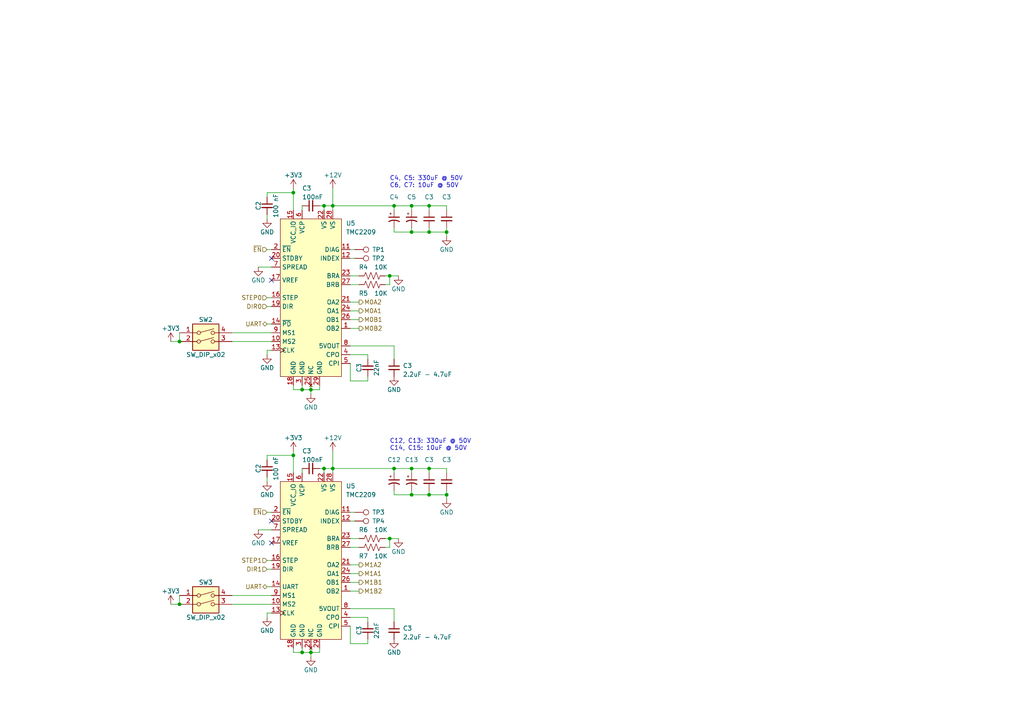
<source format=kicad_sch>
(kicad_sch (version 20230121) (generator eeschema)

  (uuid fe805b45-cf7f-4943-b5b5-e6fb1c602c9e)

  (paper "A4")

  (lib_symbols
    (symbol "Connector:TestPoint" (pin_numbers hide) (pin_names (offset 0.762) hide) (in_bom yes) (on_board yes)
      (property "Reference" "TP" (at 0 6.858 0)
        (effects (font (size 1.27 1.27)))
      )
      (property "Value" "TestPoint" (at 0 5.08 0)
        (effects (font (size 1.27 1.27)))
      )
      (property "Footprint" "" (at 5.08 0 0)
        (effects (font (size 1.27 1.27)) hide)
      )
      (property "Datasheet" "~" (at 5.08 0 0)
        (effects (font (size 1.27 1.27)) hide)
      )
      (property "ki_keywords" "test point tp" (at 0 0 0)
        (effects (font (size 1.27 1.27)) hide)
      )
      (property "ki_description" "test point" (at 0 0 0)
        (effects (font (size 1.27 1.27)) hide)
      )
      (property "ki_fp_filters" "Pin* Test*" (at 0 0 0)
        (effects (font (size 1.27 1.27)) hide)
      )
      (symbol "TestPoint_0_1"
        (circle (center 0 3.302) (radius 0.762)
          (stroke (width 0) (type default))
          (fill (type none))
        )
      )
      (symbol "TestPoint_1_1"
        (pin passive line (at 0 0 90) (length 2.54)
          (name "1" (effects (font (size 1.27 1.27))))
          (number "1" (effects (font (size 1.27 1.27))))
        )
      )
    )
    (symbol "Device:C_Polarized_Small_US" (pin_numbers hide) (pin_names (offset 0.254) hide) (in_bom yes) (on_board yes)
      (property "Reference" "C" (at 0.254 1.778 0)
        (effects (font (size 1.27 1.27)) (justify left))
      )
      (property "Value" "C_Polarized_Small_US" (at 0.254 -2.032 0)
        (effects (font (size 1.27 1.27)) (justify left))
      )
      (property "Footprint" "" (at 0 0 0)
        (effects (font (size 1.27 1.27)) hide)
      )
      (property "Datasheet" "~" (at 0 0 0)
        (effects (font (size 1.27 1.27)) hide)
      )
      (property "ki_keywords" "cap capacitor" (at 0 0 0)
        (effects (font (size 1.27 1.27)) hide)
      )
      (property "ki_description" "Polarized capacitor, small US symbol" (at 0 0 0)
        (effects (font (size 1.27 1.27)) hide)
      )
      (property "ki_fp_filters" "CP_*" (at 0 0 0)
        (effects (font (size 1.27 1.27)) hide)
      )
      (symbol "C_Polarized_Small_US_0_1"
        (polyline
          (pts
            (xy -1.524 0.508)
            (xy 1.524 0.508)
          )
          (stroke (width 0.3048) (type default))
          (fill (type none))
        )
        (polyline
          (pts
            (xy -1.27 1.524)
            (xy -0.762 1.524)
          )
          (stroke (width 0) (type default))
          (fill (type none))
        )
        (polyline
          (pts
            (xy -1.016 1.27)
            (xy -1.016 1.778)
          )
          (stroke (width 0) (type default))
          (fill (type none))
        )
        (arc (start 1.524 -0.762) (mid 0 -0.3734) (end -1.524 -0.762)
          (stroke (width 0.3048) (type default))
          (fill (type none))
        )
      )
      (symbol "C_Polarized_Small_US_1_1"
        (pin passive line (at 0 2.54 270) (length 2.032)
          (name "~" (effects (font (size 1.27 1.27))))
          (number "1" (effects (font (size 1.27 1.27))))
        )
        (pin passive line (at 0 -2.54 90) (length 2.032)
          (name "~" (effects (font (size 1.27 1.27))))
          (number "2" (effects (font (size 1.27 1.27))))
        )
      )
    )
    (symbol "Device:C_Small" (pin_numbers hide) (pin_names (offset 0.254) hide) (in_bom yes) (on_board yes)
      (property "Reference" "C" (at 0.254 1.778 0)
        (effects (font (size 1.27 1.27)) (justify left))
      )
      (property "Value" "C_Small" (at 0.254 -2.032 0)
        (effects (font (size 1.27 1.27)) (justify left))
      )
      (property "Footprint" "" (at 0 0 0)
        (effects (font (size 1.27 1.27)) hide)
      )
      (property "Datasheet" "~" (at 0 0 0)
        (effects (font (size 1.27 1.27)) hide)
      )
      (property "ki_keywords" "capacitor cap" (at 0 0 0)
        (effects (font (size 1.27 1.27)) hide)
      )
      (property "ki_description" "Unpolarized capacitor, small symbol" (at 0 0 0)
        (effects (font (size 1.27 1.27)) hide)
      )
      (property "ki_fp_filters" "C_*" (at 0 0 0)
        (effects (font (size 1.27 1.27)) hide)
      )
      (symbol "C_Small_0_1"
        (polyline
          (pts
            (xy -1.524 -0.508)
            (xy 1.524 -0.508)
          )
          (stroke (width 0.3302) (type default))
          (fill (type none))
        )
        (polyline
          (pts
            (xy -1.524 0.508)
            (xy 1.524 0.508)
          )
          (stroke (width 0.3048) (type default))
          (fill (type none))
        )
      )
      (symbol "C_Small_1_1"
        (pin passive line (at 0 2.54 270) (length 2.032)
          (name "~" (effects (font (size 1.27 1.27))))
          (number "1" (effects (font (size 1.27 1.27))))
        )
        (pin passive line (at 0 -2.54 90) (length 2.032)
          (name "~" (effects (font (size 1.27 1.27))))
          (number "2" (effects (font (size 1.27 1.27))))
        )
      )
    )
    (symbol "Device:R_US" (pin_numbers hide) (pin_names (offset 0)) (in_bom yes) (on_board yes)
      (property "Reference" "R" (at 2.54 0 90)
        (effects (font (size 1.27 1.27)))
      )
      (property "Value" "R_US" (at -2.54 0 90)
        (effects (font (size 1.27 1.27)))
      )
      (property "Footprint" "" (at 1.016 -0.254 90)
        (effects (font (size 1.27 1.27)) hide)
      )
      (property "Datasheet" "~" (at 0 0 0)
        (effects (font (size 1.27 1.27)) hide)
      )
      (property "ki_keywords" "R res resistor" (at 0 0 0)
        (effects (font (size 1.27 1.27)) hide)
      )
      (property "ki_description" "Resistor, US symbol" (at 0 0 0)
        (effects (font (size 1.27 1.27)) hide)
      )
      (property "ki_fp_filters" "R_*" (at 0 0 0)
        (effects (font (size 1.27 1.27)) hide)
      )
      (symbol "R_US_0_1"
        (polyline
          (pts
            (xy 0 -2.286)
            (xy 0 -2.54)
          )
          (stroke (width 0) (type default))
          (fill (type none))
        )
        (polyline
          (pts
            (xy 0 2.286)
            (xy 0 2.54)
          )
          (stroke (width 0) (type default))
          (fill (type none))
        )
        (polyline
          (pts
            (xy 0 -0.762)
            (xy 1.016 -1.143)
            (xy 0 -1.524)
            (xy -1.016 -1.905)
            (xy 0 -2.286)
          )
          (stroke (width 0) (type default))
          (fill (type none))
        )
        (polyline
          (pts
            (xy 0 0.762)
            (xy 1.016 0.381)
            (xy 0 0)
            (xy -1.016 -0.381)
            (xy 0 -0.762)
          )
          (stroke (width 0) (type default))
          (fill (type none))
        )
        (polyline
          (pts
            (xy 0 2.286)
            (xy 1.016 1.905)
            (xy 0 1.524)
            (xy -1.016 1.143)
            (xy 0 0.762)
          )
          (stroke (width 0) (type default))
          (fill (type none))
        )
      )
      (symbol "R_US_1_1"
        (pin passive line (at 0 3.81 270) (length 1.27)
          (name "~" (effects (font (size 1.27 1.27))))
          (number "1" (effects (font (size 1.27 1.27))))
        )
        (pin passive line (at 0 -3.81 90) (length 1.27)
          (name "~" (effects (font (size 1.27 1.27))))
          (number "2" (effects (font (size 1.27 1.27))))
        )
      )
    )
    (symbol "New_Library:TMC2209" (in_bom yes) (on_board yes)
      (property "Reference" "U" (at 10.16 21.59 0)
        (effects (font (size 1.27 1.27)) (justify left))
      )
      (property "Value" "TMC2209" (at 10.16 19.05 0)
        (effects (font (size 1.27 1.27)) (justify left))
      )
      (property "Footprint" "Package_DFN_QFN:QFN-28-1EP_5x5mm_P0.5mm_EP3.75x3.75mm_ThermalVias" (at 1.27 38.1 0)
        (effects (font (size 1.27 1.27)) hide)
      )
      (property "Datasheet" "https://www.trinamic.com/fileadmin/assets/Products/ICs_Documents/TMC2209_Datasheet_V103.pdf" (at 0 41.91 0)
        (effects (font (size 1.27 1.27)) hide)
      )
      (property "ki_description" "Stepper Motor Driver" (at 0 0 0)
        (effects (font (size 1.27 1.27)) hide)
      )
      (symbol "TMC2209_1_1"
        (rectangle (start -8.89 22.86) (end 8.89 -22.86)
          (stroke (width 0) (type default))
          (fill (type background))
        )
        (pin output line (at 11.43 -8.89 180) (length 2.54)
          (name "OB2" (effects (font (size 1.27 1.27))))
          (number "1" (effects (font (size 1.27 1.27))))
        )
        (pin input line (at -11.43 -12.7 0) (length 2.54)
          (name "MS2" (effects (font (size 1.27 1.27))))
          (number "10" (effects (font (size 1.27 1.27))))
          (alternate "AD1" input line)
        )
        (pin output line (at 11.43 13.97 180) (length 2.54)
          (name "DIAG" (effects (font (size 1.27 1.27))))
          (number "11" (effects (font (size 1.27 1.27))))
        )
        (pin output line (at 11.43 11.43 180) (length 2.54)
          (name "INDEX" (effects (font (size 1.27 1.27))))
          (number "12" (effects (font (size 1.27 1.27))))
        )
        (pin input clock (at -11.43 -15.24 0) (length 2.54)
          (name "CLK" (effects (font (size 1.27 1.27))))
          (number "13" (effects (font (size 1.27 1.27))))
        )
        (pin input line (at -11.43 -7.62 0) (length 2.54)
          (name "~{PD}" (effects (font (size 1.27 1.27))))
          (number "14" (effects (font (size 1.27 1.27))))
          (alternate "UART" bidirectional line)
        )
        (pin power_in line (at -5.08 25.4 270) (length 2.54)
          (name "VCC_IO" (effects (font (size 1.27 1.27))))
          (number "15" (effects (font (size 1.27 1.27))))
        )
        (pin input line (at -11.43 0 0) (length 2.54)
          (name "STEP" (effects (font (size 1.27 1.27))))
          (number "16" (effects (font (size 1.27 1.27))))
        )
        (pin power_in line (at -11.43 5.08 0) (length 2.54)
          (name "VREF" (effects (font (size 1.27 1.27))))
          (number "17" (effects (font (size 1.27 1.27))))
        )
        (pin power_in line (at -5.08 -25.4 90) (length 2.54)
          (name "GND" (effects (font (size 1.27 1.27))))
          (number "18" (effects (font (size 1.27 1.27))))
        )
        (pin input line (at -11.43 -2.54 0) (length 2.54)
          (name "DIR" (effects (font (size 1.27 1.27))))
          (number "19" (effects (font (size 1.27 1.27))))
        )
        (pin input line (at -11.43 13.97 0) (length 2.54)
          (name "~{EN}" (effects (font (size 1.27 1.27))))
          (number "2" (effects (font (size 1.27 1.27))))
        )
        (pin input line (at -11.43 11.43 0) (length 2.54)
          (name "STDBY" (effects (font (size 1.27 1.27))))
          (number "20" (effects (font (size 1.27 1.27))))
        )
        (pin output line (at 11.43 -1.27 180) (length 2.54)
          (name "OA2" (effects (font (size 1.27 1.27))))
          (number "21" (effects (font (size 1.27 1.27))))
        )
        (pin power_in line (at 3.81 25.4 270) (length 2.54)
          (name "VS" (effects (font (size 1.27 1.27))))
          (number "22" (effects (font (size 1.27 1.27))))
        )
        (pin output line (at 11.43 6.35 180) (length 2.54)
          (name "BRA" (effects (font (size 1.27 1.27))))
          (number "23" (effects (font (size 1.27 1.27))))
        )
        (pin output line (at 11.43 -3.81 180) (length 2.54)
          (name "OA1" (effects (font (size 1.27 1.27))))
          (number "24" (effects (font (size 1.27 1.27))))
        )
        (pin no_connect line (at 0 -25.4 90) (length 2.54)
          (name "NC" (effects (font (size 1.27 1.27))))
          (number "25" (effects (font (size 1.27 1.27))))
        )
        (pin output line (at 11.43 -6.35 180) (length 2.54)
          (name "OB1" (effects (font (size 1.27 1.27))))
          (number "26" (effects (font (size 1.27 1.27))))
        )
        (pin output line (at 11.43 3.81 180) (length 2.54)
          (name "BRB" (effects (font (size 1.27 1.27))))
          (number "27" (effects (font (size 1.27 1.27))))
        )
        (pin power_in line (at 6.35 25.4 270) (length 2.54)
          (name "VS" (effects (font (size 1.27 1.27))))
          (number "28" (effects (font (size 1.27 1.27))))
        )
        (pin power_in line (at 2.54 -25.4 90) (length 2.54)
          (name "GND" (effects (font (size 1.27 1.27))))
          (number "29" (effects (font (size 1.27 1.27))))
        )
        (pin power_in line (at -2.54 -25.4 90) (length 2.54)
          (name "GND" (effects (font (size 1.27 1.27))))
          (number "3" (effects (font (size 1.27 1.27))))
        )
        (pin power_out line (at 11.43 -16.51 180) (length 2.54)
          (name "CPO" (effects (font (size 1.27 1.27))))
          (number "4" (effects (font (size 1.27 1.27))))
        )
        (pin power_in line (at 11.43 -19.05 180) (length 2.54)
          (name "CPI" (effects (font (size 1.27 1.27))))
          (number "5" (effects (font (size 1.27 1.27))))
        )
        (pin power_in line (at -2.54 25.4 270) (length 2.54)
          (name "VCP" (effects (font (size 1.27 1.27))))
          (number "6" (effects (font (size 1.27 1.27))))
        )
        (pin input line (at -11.43 8.89 0) (length 2.54)
          (name "SPREAD" (effects (font (size 1.27 1.27))))
          (number "7" (effects (font (size 1.27 1.27))))
        )
        (pin power_out line (at 11.43 -13.97 180) (length 2.54)
          (name "5VOUT" (effects (font (size 1.27 1.27))))
          (number "8" (effects (font (size 1.27 1.27))))
        )
        (pin input line (at -11.43 -10.16 0) (length 2.54)
          (name "MS1" (effects (font (size 1.27 1.27))))
          (number "9" (effects (font (size 1.27 1.27))))
          (alternate "AD0" input line)
        )
      )
    )
    (symbol "Switch:SW_DIP_x02" (pin_names (offset 0) hide) (in_bom yes) (on_board yes)
      (property "Reference" "SW" (at 0 6.35 0)
        (effects (font (size 1.27 1.27)))
      )
      (property "Value" "SW_DIP_x02" (at 0 -3.81 0)
        (effects (font (size 1.27 1.27)))
      )
      (property "Footprint" "" (at 0 0 0)
        (effects (font (size 1.27 1.27)) hide)
      )
      (property "Datasheet" "~" (at 0 0 0)
        (effects (font (size 1.27 1.27)) hide)
      )
      (property "ki_keywords" "dip switch" (at 0 0 0)
        (effects (font (size 1.27 1.27)) hide)
      )
      (property "ki_description" "2x DIP Switch, Single Pole Single Throw (SPST) switch, small symbol" (at 0 0 0)
        (effects (font (size 1.27 1.27)) hide)
      )
      (property "ki_fp_filters" "SW?DIP?x2*" (at 0 0 0)
        (effects (font (size 1.27 1.27)) hide)
      )
      (symbol "SW_DIP_x02_0_0"
        (circle (center -2.032 0) (radius 0.508)
          (stroke (width 0) (type default))
          (fill (type none))
        )
        (circle (center -2.032 2.54) (radius 0.508)
          (stroke (width 0) (type default))
          (fill (type none))
        )
        (polyline
          (pts
            (xy -1.524 0.127)
            (xy 2.3622 1.1684)
          )
          (stroke (width 0) (type default))
          (fill (type none))
        )
        (polyline
          (pts
            (xy -1.524 2.667)
            (xy 2.3622 3.7084)
          )
          (stroke (width 0) (type default))
          (fill (type none))
        )
        (circle (center 2.032 0) (radius 0.508)
          (stroke (width 0) (type default))
          (fill (type none))
        )
        (circle (center 2.032 2.54) (radius 0.508)
          (stroke (width 0) (type default))
          (fill (type none))
        )
      )
      (symbol "SW_DIP_x02_0_1"
        (rectangle (start -3.81 5.08) (end 3.81 -2.54)
          (stroke (width 0.254) (type default))
          (fill (type background))
        )
      )
      (symbol "SW_DIP_x02_1_1"
        (pin passive line (at -7.62 2.54 0) (length 5.08)
          (name "~" (effects (font (size 1.27 1.27))))
          (number "1" (effects (font (size 1.27 1.27))))
        )
        (pin passive line (at -7.62 0 0) (length 5.08)
          (name "~" (effects (font (size 1.27 1.27))))
          (number "2" (effects (font (size 1.27 1.27))))
        )
        (pin passive line (at 7.62 0 180) (length 5.08)
          (name "~" (effects (font (size 1.27 1.27))))
          (number "3" (effects (font (size 1.27 1.27))))
        )
        (pin passive line (at 7.62 2.54 180) (length 5.08)
          (name "~" (effects (font (size 1.27 1.27))))
          (number "4" (effects (font (size 1.27 1.27))))
        )
      )
    )
    (symbol "power:+12V" (power) (pin_names (offset 0)) (in_bom yes) (on_board yes)
      (property "Reference" "#PWR" (at 0 -3.81 0)
        (effects (font (size 1.27 1.27)) hide)
      )
      (property "Value" "+12V" (at 0 3.556 0)
        (effects (font (size 1.27 1.27)))
      )
      (property "Footprint" "" (at 0 0 0)
        (effects (font (size 1.27 1.27)) hide)
      )
      (property "Datasheet" "" (at 0 0 0)
        (effects (font (size 1.27 1.27)) hide)
      )
      (property "ki_keywords" "global power" (at 0 0 0)
        (effects (font (size 1.27 1.27)) hide)
      )
      (property "ki_description" "Power symbol creates a global label with name \"+12V\"" (at 0 0 0)
        (effects (font (size 1.27 1.27)) hide)
      )
      (symbol "+12V_0_1"
        (polyline
          (pts
            (xy -0.762 1.27)
            (xy 0 2.54)
          )
          (stroke (width 0) (type default))
          (fill (type none))
        )
        (polyline
          (pts
            (xy 0 0)
            (xy 0 2.54)
          )
          (stroke (width 0) (type default))
          (fill (type none))
        )
        (polyline
          (pts
            (xy 0 2.54)
            (xy 0.762 1.27)
          )
          (stroke (width 0) (type default))
          (fill (type none))
        )
      )
      (symbol "+12V_1_1"
        (pin power_in line (at 0 0 90) (length 0) hide
          (name "+12V" (effects (font (size 1.27 1.27))))
          (number "1" (effects (font (size 1.27 1.27))))
        )
      )
    )
    (symbol "power:+3V3" (power) (pin_names (offset 0)) (in_bom yes) (on_board yes)
      (property "Reference" "#PWR" (at 0 -3.81 0)
        (effects (font (size 1.27 1.27)) hide)
      )
      (property "Value" "+3V3" (at 0 3.556 0)
        (effects (font (size 1.27 1.27)))
      )
      (property "Footprint" "" (at 0 0 0)
        (effects (font (size 1.27 1.27)) hide)
      )
      (property "Datasheet" "" (at 0 0 0)
        (effects (font (size 1.27 1.27)) hide)
      )
      (property "ki_keywords" "global power" (at 0 0 0)
        (effects (font (size 1.27 1.27)) hide)
      )
      (property "ki_description" "Power symbol creates a global label with name \"+3V3\"" (at 0 0 0)
        (effects (font (size 1.27 1.27)) hide)
      )
      (symbol "+3V3_0_1"
        (polyline
          (pts
            (xy -0.762 1.27)
            (xy 0 2.54)
          )
          (stroke (width 0) (type default))
          (fill (type none))
        )
        (polyline
          (pts
            (xy 0 0)
            (xy 0 2.54)
          )
          (stroke (width 0) (type default))
          (fill (type none))
        )
        (polyline
          (pts
            (xy 0 2.54)
            (xy 0.762 1.27)
          )
          (stroke (width 0) (type default))
          (fill (type none))
        )
      )
      (symbol "+3V3_1_1"
        (pin power_in line (at 0 0 90) (length 0) hide
          (name "+3V3" (effects (font (size 1.27 1.27))))
          (number "1" (effects (font (size 1.27 1.27))))
        )
      )
    )
    (symbol "power:GND" (power) (pin_names (offset 0)) (in_bom yes) (on_board yes)
      (property "Reference" "#PWR" (at 0 -6.35 0)
        (effects (font (size 1.27 1.27)) hide)
      )
      (property "Value" "GND" (at 0 -3.81 0)
        (effects (font (size 1.27 1.27)))
      )
      (property "Footprint" "" (at 0 0 0)
        (effects (font (size 1.27 1.27)) hide)
      )
      (property "Datasheet" "" (at 0 0 0)
        (effects (font (size 1.27 1.27)) hide)
      )
      (property "ki_keywords" "global power" (at 0 0 0)
        (effects (font (size 1.27 1.27)) hide)
      )
      (property "ki_description" "Power symbol creates a global label with name \"GND\" , ground" (at 0 0 0)
        (effects (font (size 1.27 1.27)) hide)
      )
      (symbol "GND_0_1"
        (polyline
          (pts
            (xy 0 0)
            (xy 0 -1.27)
            (xy 1.27 -1.27)
            (xy 0 -2.54)
            (xy -1.27 -1.27)
            (xy 0 -1.27)
          )
          (stroke (width 0) (type default))
          (fill (type none))
        )
      )
      (symbol "GND_1_1"
        (pin power_in line (at 0 0 270) (length 0) hide
          (name "GND" (effects (font (size 1.27 1.27))))
          (number "1" (effects (font (size 1.27 1.27))))
        )
      )
    )
  )

  (junction (at 114.3 59.69) (diameter 0) (color 0 0 0 0)
    (uuid 022f1c94-91e5-446d-8bbc-5803e88b875e)
  )
  (junction (at 52.07 175.26) (diameter 0) (color 0 0 0 0)
    (uuid 2844a7f5-24fe-4177-83fa-0e625bd7dde9)
  )
  (junction (at 119.38 135.89) (diameter 0) (color 0 0 0 0)
    (uuid 2965f280-57e8-4a89-9f75-11463fde038b)
  )
  (junction (at 129.54 143.51) (diameter 0) (color 0 0 0 0)
    (uuid 2a11116d-4df5-442e-8e01-83f49148ffda)
  )
  (junction (at 119.38 59.69) (diameter 0) (color 0 0 0 0)
    (uuid 336793ca-6a6a-4009-ae1b-4c8e740f44c6)
  )
  (junction (at 90.17 189.23) (diameter 0) (color 0 0 0 0)
    (uuid 3677d5df-e36f-4fd5-80f8-6fe697b88949)
  )
  (junction (at 124.46 67.31) (diameter 0) (color 0 0 0 0)
    (uuid 3753a805-a89a-4665-bd33-ec182624df14)
  )
  (junction (at 93.98 135.89) (diameter 0) (color 0 0 0 0)
    (uuid 3cb4c1c8-caa6-4616-9d5c-508fc1b37357)
  )
  (junction (at 114.3 135.89) (diameter 0) (color 0 0 0 0)
    (uuid 3ecbbbed-ecb8-452b-a832-a6d58698be62)
  )
  (junction (at 96.52 135.89) (diameter 0) (color 0 0 0 0)
    (uuid 472b04ed-f059-47ce-becd-5ff7c1c35866)
  )
  (junction (at 85.09 132.08) (diameter 0) (color 0 0 0 0)
    (uuid 474b68d1-021f-4a20-a001-01c800997784)
  )
  (junction (at 113.03 156.21) (diameter 0) (color 0 0 0 0)
    (uuid 514f03e2-8620-4a0a-994c-6c738b1bd631)
  )
  (junction (at 129.54 67.31) (diameter 0) (color 0 0 0 0)
    (uuid 65810c68-b893-4625-8229-f81ca56eac1a)
  )
  (junction (at 85.09 55.88) (diameter 0) (color 0 0 0 0)
    (uuid 67989e63-de0a-4113-b053-9050c7a5bbea)
  )
  (junction (at 96.52 59.69) (diameter 0) (color 0 0 0 0)
    (uuid 6ac07dbd-ea7f-483a-b44c-deb09046fe69)
  )
  (junction (at 87.63 189.23) (diameter 0) (color 0 0 0 0)
    (uuid 9acd819a-a5f7-4a3b-a4f2-c22e6bec0003)
  )
  (junction (at 124.46 59.69) (diameter 0) (color 0 0 0 0)
    (uuid 9afe45ce-68b5-4ebc-b072-7b9474b87af9)
  )
  (junction (at 124.46 143.51) (diameter 0) (color 0 0 0 0)
    (uuid b0882c3b-5cc6-43d0-bcd2-d66cc2b2efa0)
  )
  (junction (at 113.03 80.01) (diameter 0) (color 0 0 0 0)
    (uuid b45bd796-1d11-4653-8710-724887984f19)
  )
  (junction (at 119.38 67.31) (diameter 0) (color 0 0 0 0)
    (uuid d057c42f-5682-4a66-8782-bb96ee338c99)
  )
  (junction (at 52.07 99.06) (diameter 0) (color 0 0 0 0)
    (uuid d0649d28-a3fe-40eb-a574-db0b09903771)
  )
  (junction (at 93.98 59.69) (diameter 0) (color 0 0 0 0)
    (uuid dcafdd54-5e90-403d-af60-6aebd97f1720)
  )
  (junction (at 119.38 143.51) (diameter 0) (color 0 0 0 0)
    (uuid e1725cbd-0d67-42a1-8094-cfb8dcf603a3)
  )
  (junction (at 90.17 113.03) (diameter 0) (color 0 0 0 0)
    (uuid ecaa2ccb-09d2-4cf7-a38e-ce7c1689681e)
  )
  (junction (at 124.46 135.89) (diameter 0) (color 0 0 0 0)
    (uuid f6ae8067-d112-43f7-87ba-6c46cff6572d)
  )
  (junction (at 87.63 113.03) (diameter 0) (color 0 0 0 0)
    (uuid fb2fbf9d-0902-410c-97b7-2d7b542d12f9)
  )

  (no_connect (at 78.74 151.13) (uuid 1345a5d6-ce91-4ee7-b407-740422baa82f))
  (no_connect (at 78.74 81.28) (uuid 2b0ac65d-4227-48c4-9ac4-8cadca33bd2b))
  (no_connect (at 78.74 157.48) (uuid 707fa9b8-55fb-4d30-937d-a4f0169db97b))
  (no_connect (at 78.74 74.93) (uuid 93228179-1c4e-4716-8bb3-45eddee9efda))

  (wire (pts (xy 101.6 74.93) (xy 102.87 74.93))
    (stroke (width 0) (type default))
    (uuid 010e6f0c-5dad-42cd-b330-c679ec1740f3)
  )
  (wire (pts (xy 77.47 148.59) (xy 78.74 148.59))
    (stroke (width 0) (type default))
    (uuid 0583efba-8766-472d-b297-fc1d619558c2)
  )
  (wire (pts (xy 77.47 177.8) (xy 77.47 179.07))
    (stroke (width 0) (type default))
    (uuid 076baee5-16c4-452b-a7e9-3a5f30672c0d)
  )
  (wire (pts (xy 101.6 156.21) (xy 104.14 156.21))
    (stroke (width 0) (type default))
    (uuid 0a131b87-7bba-43aa-ae25-07cae0db1a30)
  )
  (wire (pts (xy 96.52 54.61) (xy 96.52 59.69))
    (stroke (width 0) (type default))
    (uuid 0b924a85-ffcb-4809-ab9d-a7f91c3d418a)
  )
  (wire (pts (xy 114.3 142.24) (xy 114.3 143.51))
    (stroke (width 0) (type default))
    (uuid 0bd14e7c-7dbc-4c07-9d0e-456c3f2a8a2a)
  )
  (wire (pts (xy 101.6 176.53) (xy 114.3 176.53))
    (stroke (width 0) (type default))
    (uuid 0f7ee2d7-13c5-48b3-b6be-8d197a5add76)
  )
  (wire (pts (xy 85.09 111.76) (xy 85.09 113.03))
    (stroke (width 0) (type default))
    (uuid 10284256-a6d6-48f9-add0-f5458022c520)
  )
  (wire (pts (xy 101.6 186.69) (xy 106.68 186.69))
    (stroke (width 0) (type default))
    (uuid 14ecdf0e-b147-4d18-a162-a3e12f2af516)
  )
  (wire (pts (xy 114.3 59.69) (xy 96.52 59.69))
    (stroke (width 0) (type default))
    (uuid 160f796d-bd59-4c57-966d-c93f8f3777b4)
  )
  (wire (pts (xy 114.3 100.33) (xy 114.3 104.14))
    (stroke (width 0) (type default))
    (uuid 163f62ae-0f4d-4f18-af3e-bbc9cf411ee1)
  )
  (wire (pts (xy 87.63 113.03) (xy 90.17 113.03))
    (stroke (width 0) (type default))
    (uuid 166a8cc0-bc1f-40c2-9c44-dfeab35427d9)
  )
  (wire (pts (xy 77.47 162.56) (xy 78.74 162.56))
    (stroke (width 0) (type default))
    (uuid 18d6f347-bfde-4634-86d6-765f1e6741cd)
  )
  (wire (pts (xy 77.47 86.36) (xy 78.74 86.36))
    (stroke (width 0) (type default))
    (uuid 1ad26cbf-f2a2-46a0-9604-3965449d40d2)
  )
  (wire (pts (xy 101.6 158.75) (xy 104.14 158.75))
    (stroke (width 0) (type default))
    (uuid 206c6964-4216-493e-b87e-fa93b0c29801)
  )
  (wire (pts (xy 114.3 60.96) (xy 114.3 59.69))
    (stroke (width 0) (type default))
    (uuid 27489db2-1821-473a-ac87-4561d8146420)
  )
  (wire (pts (xy 85.09 60.96) (xy 85.09 55.88))
    (stroke (width 0) (type default))
    (uuid 27adc279-6878-45c6-a369-c8fb788da225)
  )
  (wire (pts (xy 106.68 186.69) (xy 106.68 185.42))
    (stroke (width 0) (type default))
    (uuid 32bd2221-944d-4767-bdc7-273314eceeeb)
  )
  (wire (pts (xy 67.31 172.72) (xy 78.74 172.72))
    (stroke (width 0) (type default))
    (uuid 32ff0a03-12da-4081-a0e8-d6d664ac0ee8)
  )
  (wire (pts (xy 85.09 132.08) (xy 85.09 130.81))
    (stroke (width 0) (type default))
    (uuid 332da630-d0b8-422f-9106-c6aba112dbbd)
  )
  (wire (pts (xy 114.3 66.04) (xy 114.3 67.31))
    (stroke (width 0) (type default))
    (uuid 35757eb2-a8ba-4161-bb5d-5b076cad7d26)
  )
  (wire (pts (xy 52.07 172.72) (xy 52.07 175.26))
    (stroke (width 0) (type default))
    (uuid 38b7aa3d-f714-468e-8174-cb06d620eace)
  )
  (wire (pts (xy 74.93 77.47) (xy 78.74 77.47))
    (stroke (width 0) (type default))
    (uuid 3e1abe58-10b2-4750-a26e-57a0713cd087)
  )
  (wire (pts (xy 77.47 55.88) (xy 77.47 57.15))
    (stroke (width 0) (type default))
    (uuid 3f446775-ae9d-4595-8da3-85cc8fb36333)
  )
  (wire (pts (xy 106.68 179.07) (xy 106.68 180.34))
    (stroke (width 0) (type default))
    (uuid 42ad1604-3fd4-411d-a82c-411d3d27e129)
  )
  (wire (pts (xy 77.47 88.9) (xy 78.74 88.9))
    (stroke (width 0) (type default))
    (uuid 4618c811-2878-42ce-8306-f92f2806ea33)
  )
  (wire (pts (xy 101.6 110.49) (xy 106.68 110.49))
    (stroke (width 0) (type default))
    (uuid 489cbb12-7cd2-4cff-85ec-0d3ade70657e)
  )
  (wire (pts (xy 96.52 59.69) (xy 96.52 60.96))
    (stroke (width 0) (type default))
    (uuid 4a13da39-6e6f-4ddb-bb44-b2167c697b18)
  )
  (wire (pts (xy 101.6 148.59) (xy 102.87 148.59))
    (stroke (width 0) (type default))
    (uuid 4a4ff501-24c2-49ea-a78e-bb1b626fa578)
  )
  (wire (pts (xy 114.3 135.89) (xy 96.52 135.89))
    (stroke (width 0) (type default))
    (uuid 4add7048-b989-4418-9d63-424da8a51ecb)
  )
  (wire (pts (xy 67.31 96.52) (xy 78.74 96.52))
    (stroke (width 0) (type default))
    (uuid 4d7ee47f-73ed-4ad9-8c8e-c23102ee7258)
  )
  (wire (pts (xy 129.54 66.04) (xy 129.54 67.31))
    (stroke (width 0) (type default))
    (uuid 4e80b8f7-114e-494c-9d2c-0e2dbb83d95c)
  )
  (wire (pts (xy 124.46 66.04) (xy 124.46 67.31))
    (stroke (width 0) (type default))
    (uuid 4eb6315c-e588-4560-ad1a-eb417110549d)
  )
  (wire (pts (xy 49.53 175.26) (xy 52.07 175.26))
    (stroke (width 0) (type default))
    (uuid 503c92da-77da-49c9-b638-9b601d8b1277)
  )
  (wire (pts (xy 77.47 101.6) (xy 77.47 102.87))
    (stroke (width 0) (type default))
    (uuid 50753a28-8307-4bb2-9d2d-594477e23a70)
  )
  (wire (pts (xy 104.14 90.17) (xy 101.6 90.17))
    (stroke (width 0) (type default))
    (uuid 512088eb-b695-453a-b3b8-17d8b1292c76)
  )
  (wire (pts (xy 85.09 55.88) (xy 85.09 54.61))
    (stroke (width 0) (type default))
    (uuid 54de6e41-0671-4c5b-8d77-2943e05f8e6b)
  )
  (wire (pts (xy 113.03 80.01) (xy 115.57 80.01))
    (stroke (width 0) (type default))
    (uuid 55cd4056-e8d9-4908-8995-e8d871e11602)
  )
  (wire (pts (xy 101.6 105.41) (xy 101.6 110.49))
    (stroke (width 0) (type default))
    (uuid 5bc9e7e8-15da-4350-9806-b17d105bdb54)
  )
  (wire (pts (xy 124.46 67.31) (xy 129.54 67.31))
    (stroke (width 0) (type default))
    (uuid 5d0e9dd7-f418-435a-b1a4-f2511ec1eecc)
  )
  (wire (pts (xy 129.54 67.31) (xy 129.54 68.58))
    (stroke (width 0) (type default))
    (uuid 5db9a017-5137-479b-a533-f46bca6e9bed)
  )
  (wire (pts (xy 77.47 101.6) (xy 78.74 101.6))
    (stroke (width 0) (type default))
    (uuid 61226c88-5f98-4e42-9344-a56010f73891)
  )
  (wire (pts (xy 77.47 170.18) (xy 78.74 170.18))
    (stroke (width 0) (type default))
    (uuid 64b04166-c67a-45c3-8639-90330bd88546)
  )
  (wire (pts (xy 113.03 80.01) (xy 111.76 80.01))
    (stroke (width 0) (type default))
    (uuid 65805688-f982-4348-9fe0-cf1bf1941084)
  )
  (wire (pts (xy 93.98 59.69) (xy 93.98 60.96))
    (stroke (width 0) (type default))
    (uuid 6711d814-8bd5-4522-8e83-33f617ee84c3)
  )
  (wire (pts (xy 92.71 135.89) (xy 93.98 135.89))
    (stroke (width 0) (type default))
    (uuid 672fce65-4a0d-48de-897f-804a26bed2c7)
  )
  (wire (pts (xy 119.38 59.69) (xy 124.46 59.69))
    (stroke (width 0) (type default))
    (uuid 67700cc9-a6c4-4129-b008-7f952ef27583)
  )
  (wire (pts (xy 129.54 60.96) (xy 129.54 59.69))
    (stroke (width 0) (type default))
    (uuid 6ce7eb1a-d674-45c8-a6ab-b228af438d75)
  )
  (wire (pts (xy 106.68 110.49) (xy 106.68 109.22))
    (stroke (width 0) (type default))
    (uuid 6fb9cac0-be09-4e4b-8a78-2903f3918370)
  )
  (wire (pts (xy 124.46 59.69) (xy 129.54 59.69))
    (stroke (width 0) (type default))
    (uuid 714a1315-fbe6-4098-8e10-970fd2d6f916)
  )
  (wire (pts (xy 119.38 135.89) (xy 124.46 135.89))
    (stroke (width 0) (type default))
    (uuid 75d86994-7d37-4832-a907-3352f9c7ef72)
  )
  (wire (pts (xy 87.63 60.96) (xy 87.63 59.69))
    (stroke (width 0) (type default))
    (uuid 77538d07-107f-412b-a091-55f71ebecdf5)
  )
  (wire (pts (xy 77.47 138.43) (xy 77.47 139.7))
    (stroke (width 0) (type default))
    (uuid 792d0a5a-60a5-48e0-9599-7b181e26c0e9)
  )
  (wire (pts (xy 87.63 137.16) (xy 87.63 135.89))
    (stroke (width 0) (type default))
    (uuid 79549260-972e-47a6-933d-ebe1fe051c62)
  )
  (wire (pts (xy 119.38 143.51) (xy 124.46 143.51))
    (stroke (width 0) (type default))
    (uuid 7c64e959-86f8-48d7-ade9-f9f84aeac84d)
  )
  (wire (pts (xy 93.98 135.89) (xy 96.52 135.89))
    (stroke (width 0) (type default))
    (uuid 7d3a7049-d38f-421f-8a7e-53c64229eaf6)
  )
  (wire (pts (xy 113.03 156.21) (xy 111.76 156.21))
    (stroke (width 0) (type default))
    (uuid 802a113e-c424-4538-8401-205ba899cdef)
  )
  (wire (pts (xy 101.6 151.13) (xy 102.87 151.13))
    (stroke (width 0) (type default))
    (uuid 82139b1f-1f79-42eb-ace4-8e667238cd2f)
  )
  (wire (pts (xy 92.71 59.69) (xy 93.98 59.69))
    (stroke (width 0) (type default))
    (uuid 821ac5b1-e8fb-495e-9bc8-bcc89bfc816a)
  )
  (wire (pts (xy 52.07 96.52) (xy 52.07 99.06))
    (stroke (width 0) (type default))
    (uuid 88eb18e6-1c95-4ee9-9f1b-c8b634216eff)
  )
  (wire (pts (xy 90.17 111.76) (xy 90.17 113.03))
    (stroke (width 0) (type default))
    (uuid 89c5e538-64ee-4fcf-8f67-51a57dd3550e)
  )
  (wire (pts (xy 101.6 80.01) (xy 104.14 80.01))
    (stroke (width 0) (type default))
    (uuid 8a0eabec-5d1f-47f5-afaa-5cd2e66d6a8a)
  )
  (wire (pts (xy 119.38 137.16) (xy 119.38 135.89))
    (stroke (width 0) (type default))
    (uuid 8e2a66cf-ba42-4939-b39e-03c459d9392c)
  )
  (wire (pts (xy 114.3 176.53) (xy 114.3 180.34))
    (stroke (width 0) (type default))
    (uuid 8fffedcf-1f16-4ebd-a14d-b1aa75018b01)
  )
  (wire (pts (xy 119.38 142.24) (xy 119.38 143.51))
    (stroke (width 0) (type default))
    (uuid 917e9747-65ea-4f18-98b8-9e2e5164b179)
  )
  (wire (pts (xy 119.38 143.51) (xy 114.3 143.51))
    (stroke (width 0) (type default))
    (uuid 91b55ba6-9e0d-4ae4-bce2-3e0e7a95e9d3)
  )
  (wire (pts (xy 106.68 102.87) (xy 106.68 104.14))
    (stroke (width 0) (type default))
    (uuid 93722558-31e0-42f7-9e2a-be798d2b87f0)
  )
  (wire (pts (xy 85.09 55.88) (xy 77.47 55.88))
    (stroke (width 0) (type default))
    (uuid 9453e95b-e241-4675-800e-17f03160957e)
  )
  (wire (pts (xy 129.54 137.16) (xy 129.54 135.89))
    (stroke (width 0) (type default))
    (uuid 94b6f67d-da68-4882-bdf0-a9578269de43)
  )
  (wire (pts (xy 113.03 156.21) (xy 113.03 158.75))
    (stroke (width 0) (type default))
    (uuid 960595cd-0a13-484d-aba2-6002fc04865b)
  )
  (wire (pts (xy 67.31 175.26) (xy 78.74 175.26))
    (stroke (width 0) (type default))
    (uuid 9623e628-88b6-4cf4-8175-1dacf5b9b382)
  )
  (wire (pts (xy 119.38 135.89) (xy 114.3 135.89))
    (stroke (width 0) (type default))
    (uuid 9657c67b-835e-4080-98c6-cffba5264fd9)
  )
  (wire (pts (xy 104.14 87.63) (xy 101.6 87.63))
    (stroke (width 0) (type default))
    (uuid 9672cbef-b340-43a8-a2a9-8cc6ab92fcdb)
  )
  (wire (pts (xy 85.09 113.03) (xy 87.63 113.03))
    (stroke (width 0) (type default))
    (uuid 97080013-7d68-40a2-a4d7-ffda163bb8d2)
  )
  (wire (pts (xy 119.38 66.04) (xy 119.38 67.31))
    (stroke (width 0) (type default))
    (uuid 9718b8fd-438f-4578-92eb-69277ae6802c)
  )
  (wire (pts (xy 101.6 168.91) (xy 104.14 168.91))
    (stroke (width 0) (type default))
    (uuid 97e54762-ea3c-45f3-934c-e5f4b907a70e)
  )
  (wire (pts (xy 119.38 67.31) (xy 124.46 67.31))
    (stroke (width 0) (type default))
    (uuid 994f1248-282f-4bff-8d86-33271cf6027e)
  )
  (wire (pts (xy 96.52 135.89) (xy 96.52 137.16))
    (stroke (width 0) (type default))
    (uuid 9a2bdae8-69da-4e1e-b45f-62c62a052555)
  )
  (wire (pts (xy 92.71 113.03) (xy 92.71 111.76))
    (stroke (width 0) (type default))
    (uuid 9c20172e-3bea-465a-8b80-951517187f70)
  )
  (wire (pts (xy 119.38 67.31) (xy 114.3 67.31))
    (stroke (width 0) (type default))
    (uuid 9cbc53a0-b0b6-44ce-b779-0cadc1fe7320)
  )
  (wire (pts (xy 104.14 95.25) (xy 101.6 95.25))
    (stroke (width 0) (type default))
    (uuid 9e9f2370-033d-4aea-b34a-cf1c30ce20d4)
  )
  (wire (pts (xy 113.03 158.75) (xy 111.76 158.75))
    (stroke (width 0) (type default))
    (uuid 9f879ef4-86ae-46a6-9875-ce796e3bfd79)
  )
  (wire (pts (xy 119.38 60.96) (xy 119.38 59.69))
    (stroke (width 0) (type default))
    (uuid a3aabdbc-8943-4c38-8b00-d48d04105f34)
  )
  (wire (pts (xy 124.46 143.51) (xy 129.54 143.51))
    (stroke (width 0) (type default))
    (uuid a5154eb7-2bb8-4900-a8d8-38510efdc9a5)
  )
  (wire (pts (xy 77.47 165.1) (xy 78.74 165.1))
    (stroke (width 0) (type default))
    (uuid a5ce28be-3767-45db-8a3a-74a691f6c6d8)
  )
  (wire (pts (xy 87.63 113.03) (xy 87.63 111.76))
    (stroke (width 0) (type default))
    (uuid a74d8551-38d0-4c74-b37c-985baf97287f)
  )
  (wire (pts (xy 101.6 171.45) (xy 104.14 171.45))
    (stroke (width 0) (type default))
    (uuid a76ff071-d0c2-4485-8c60-82a4f0d9e237)
  )
  (wire (pts (xy 92.71 189.23) (xy 92.71 187.96))
    (stroke (width 0) (type default))
    (uuid a8d93a8b-3e5e-45f9-9e2d-522a195bd7e8)
  )
  (wire (pts (xy 124.46 137.16) (xy 124.46 135.89))
    (stroke (width 0) (type default))
    (uuid aa8de26e-b692-4297-96ad-c8e6799df3a2)
  )
  (wire (pts (xy 90.17 187.96) (xy 90.17 189.23))
    (stroke (width 0) (type default))
    (uuid ad274b79-8a88-4e11-b292-1b49ed1b6d6d)
  )
  (wire (pts (xy 114.3 137.16) (xy 114.3 135.89))
    (stroke (width 0) (type default))
    (uuid ade10c5a-b6dc-48c3-8d3a-14a1e1d1bb61)
  )
  (wire (pts (xy 77.47 62.23) (xy 77.47 63.5))
    (stroke (width 0) (type default))
    (uuid afe9ae08-e86f-4ab1-a628-be3bef0837f7)
  )
  (wire (pts (xy 119.38 59.69) (xy 114.3 59.69))
    (stroke (width 0) (type default))
    (uuid b310f702-206c-4a18-9969-33fe6fb903ac)
  )
  (wire (pts (xy 129.54 142.24) (xy 129.54 143.51))
    (stroke (width 0) (type default))
    (uuid b4465e0d-55e8-492a-9db1-5e412b78eb2f)
  )
  (wire (pts (xy 101.6 181.61) (xy 101.6 186.69))
    (stroke (width 0) (type default))
    (uuid b525bd8f-1c26-446f-aa2e-e8d19cecb644)
  )
  (wire (pts (xy 101.6 102.87) (xy 106.68 102.87))
    (stroke (width 0) (type default))
    (uuid b775da7f-218f-440d-976e-79ceb5da0568)
  )
  (wire (pts (xy 67.31 99.06) (xy 78.74 99.06))
    (stroke (width 0) (type default))
    (uuid b97ec0d5-4c63-4589-a4d4-adeabcc6256f)
  )
  (wire (pts (xy 113.03 82.55) (xy 111.76 82.55))
    (stroke (width 0) (type default))
    (uuid b9b9cceb-fb24-4bac-98bf-5c204264a395)
  )
  (wire (pts (xy 90.17 189.23) (xy 90.17 190.5))
    (stroke (width 0) (type default))
    (uuid bf277404-81d7-4046-be15-c24c371f06d1)
  )
  (wire (pts (xy 101.6 100.33) (xy 114.3 100.33))
    (stroke (width 0) (type default))
    (uuid c02fedc4-6b14-4e68-a52b-c2036bb7732c)
  )
  (wire (pts (xy 74.93 153.67) (xy 78.74 153.67))
    (stroke (width 0) (type default))
    (uuid c042737d-2469-48f8-9844-56a873b550a4)
  )
  (wire (pts (xy 113.03 156.21) (xy 115.57 156.21))
    (stroke (width 0) (type default))
    (uuid c10b7c4f-ee4a-4c51-86b6-ede7d64d7c19)
  )
  (wire (pts (xy 101.6 72.39) (xy 102.87 72.39))
    (stroke (width 0) (type default))
    (uuid c24b3e02-2b82-492a-8bb5-7ee0dd658e8e)
  )
  (wire (pts (xy 90.17 113.03) (xy 92.71 113.03))
    (stroke (width 0) (type default))
    (uuid c59322c4-7845-4e59-abaa-2f1425b29606)
  )
  (wire (pts (xy 85.09 137.16) (xy 85.09 132.08))
    (stroke (width 0) (type default))
    (uuid c5f117f1-b15e-4721-a0de-8c1cc9d09d46)
  )
  (wire (pts (xy 90.17 189.23) (xy 92.71 189.23))
    (stroke (width 0) (type default))
    (uuid c62dd0ed-883d-4a22-b82d-0969ac651970)
  )
  (wire (pts (xy 93.98 135.89) (xy 93.98 137.16))
    (stroke (width 0) (type default))
    (uuid ca2cc4b0-3d69-4da8-a736-3cf73b1860f0)
  )
  (wire (pts (xy 85.09 189.23) (xy 87.63 189.23))
    (stroke (width 0) (type default))
    (uuid cce88361-c97d-4567-97a7-ca4eb6525f44)
  )
  (wire (pts (xy 85.09 132.08) (xy 77.47 132.08))
    (stroke (width 0) (type default))
    (uuid ccff790e-e66b-4c28-8c87-dd607b776ec7)
  )
  (wire (pts (xy 104.14 92.71) (xy 101.6 92.71))
    (stroke (width 0) (type default))
    (uuid d2ae0a9c-c973-4ed8-ad06-1be07697cb72)
  )
  (wire (pts (xy 101.6 82.55) (xy 104.14 82.55))
    (stroke (width 0) (type default))
    (uuid d6351223-c404-4152-be1b-573b13a1a720)
  )
  (wire (pts (xy 124.46 142.24) (xy 124.46 143.51))
    (stroke (width 0) (type default))
    (uuid d814d7df-8779-4cf8-b1ae-13a17d718433)
  )
  (wire (pts (xy 77.47 72.39) (xy 78.74 72.39))
    (stroke (width 0) (type default))
    (uuid d93a636a-0636-4b7c-9370-33517263cdcc)
  )
  (wire (pts (xy 101.6 166.37) (xy 104.14 166.37))
    (stroke (width 0) (type default))
    (uuid e2391f50-6b14-4942-ba30-c0fac5965a75)
  )
  (wire (pts (xy 77.47 93.98) (xy 78.74 93.98))
    (stroke (width 0) (type default))
    (uuid e9663843-ae9c-404d-8312-a24601dd4ff8)
  )
  (wire (pts (xy 101.6 163.83) (xy 104.14 163.83))
    (stroke (width 0) (type default))
    (uuid eb95f13c-df16-4e1c-8300-4f96b428b5cb)
  )
  (wire (pts (xy 129.54 143.51) (xy 129.54 144.78))
    (stroke (width 0) (type default))
    (uuid ec858c29-cc6a-4f96-80db-c8750aa4af14)
  )
  (wire (pts (xy 87.63 189.23) (xy 87.63 187.96))
    (stroke (width 0) (type default))
    (uuid ec9dcfdc-69cf-4f29-8783-cc316727be76)
  )
  (wire (pts (xy 96.52 130.81) (xy 96.52 135.89))
    (stroke (width 0) (type default))
    (uuid ecbcf6e5-6328-4661-a2dc-aba824556e99)
  )
  (wire (pts (xy 49.53 99.06) (xy 52.07 99.06))
    (stroke (width 0) (type default))
    (uuid ece20237-d8ad-459f-af1b-b4b1c0754f1c)
  )
  (wire (pts (xy 124.46 60.96) (xy 124.46 59.69))
    (stroke (width 0) (type default))
    (uuid ed4d8ae9-ce01-4075-8689-72ffd4d91af1)
  )
  (wire (pts (xy 113.03 80.01) (xy 113.03 82.55))
    (stroke (width 0) (type default))
    (uuid ed8900a2-3d56-4580-bd00-01907cd21bd0)
  )
  (wire (pts (xy 124.46 135.89) (xy 129.54 135.89))
    (stroke (width 0) (type default))
    (uuid f0fe401e-f12b-44a2-b05f-394ab5faf20c)
  )
  (wire (pts (xy 90.17 113.03) (xy 90.17 114.3))
    (stroke (width 0) (type default))
    (uuid f588dab7-2541-4e0e-aa8c-7d540d2baea0)
  )
  (wire (pts (xy 93.98 59.69) (xy 96.52 59.69))
    (stroke (width 0) (type default))
    (uuid f7823354-cbda-47f1-8e5f-ba91058eb50c)
  )
  (wire (pts (xy 85.09 187.96) (xy 85.09 189.23))
    (stroke (width 0) (type default))
    (uuid f7a82efa-5db7-45f7-8fc5-4a5541f2770f)
  )
  (wire (pts (xy 87.63 189.23) (xy 90.17 189.23))
    (stroke (width 0) (type default))
    (uuid f8dc48a7-bf5f-4900-8ea0-e34da817199e)
  )
  (wire (pts (xy 77.47 177.8) (xy 78.74 177.8))
    (stroke (width 0) (type default))
    (uuid fa8e54e8-694b-4d6b-9f99-d41319c01408)
  )
  (wire (pts (xy 101.6 179.07) (xy 106.68 179.07))
    (stroke (width 0) (type default))
    (uuid fc25cc93-cf36-40b6-965b-bbfa84e93e2f)
  )
  (wire (pts (xy 77.47 132.08) (xy 77.47 133.35))
    (stroke (width 0) (type default))
    (uuid fe4baa0c-d2a3-4e7b-8806-911024a6a59d)
  )

  (text "C12, C13: 330uF @ 50V\nC14, C15: 10uF @ 50V\n" (at 113.03 130.81 0)
    (effects (font (size 1.27 1.27)) (justify left bottom))
    (uuid b8bcf3f4-55ae-4e92-8008-c313e14962a3)
  )
  (text "C4, C5: 330uF @ 50V\nC6, C7: 10uF @ 50V\n" (at 113.03 54.61 0)
    (effects (font (size 1.27 1.27)) (justify left bottom))
    (uuid eeca71bc-ac06-489b-9785-1fac84a5bc60)
  )

  (hierarchical_label "M1A2" (shape output) (at 104.14 163.83 0) (fields_autoplaced)
    (effects (font (size 1.27 1.27)) (justify left))
    (uuid 02d23c99-598f-4fab-a2ca-a9bf74383485)
  )
  (hierarchical_label "UART" (shape bidirectional) (at 77.47 170.18 180) (fields_autoplaced)
    (effects (font (size 1.27 1.27)) (justify right))
    (uuid 118bc5a2-fdd2-48ca-861a-90967245b092)
  )
  (hierarchical_label "M1B2" (shape output) (at 104.14 171.45 0) (fields_autoplaced)
    (effects (font (size 1.27 1.27)) (justify left))
    (uuid 203a21ce-10fc-4e94-ab54-be9f45380a10)
  )
  (hierarchical_label "M0A1" (shape output) (at 104.14 90.17 0) (fields_autoplaced)
    (effects (font (size 1.27 1.27)) (justify left))
    (uuid 27c41e2f-1039-4292-a43b-8f17dbcc66bf)
  )
  (hierarchical_label "M1B1" (shape output) (at 104.14 168.91 0) (fields_autoplaced)
    (effects (font (size 1.27 1.27)) (justify left))
    (uuid 5d9dc753-15dc-48e7-9c89-762a9ef487da)
  )
  (hierarchical_label "STEP1" (shape input) (at 77.47 162.56 180) (fields_autoplaced)
    (effects (font (size 1.27 1.27)) (justify right))
    (uuid 64d8577b-4822-4d75-a331-96688dea3b17)
  )
  (hierarchical_label "UART" (shape bidirectional) (at 77.47 93.98 180) (fields_autoplaced)
    (effects (font (size 1.27 1.27)) (justify right))
    (uuid 752abc06-7d7f-4ca1-a8ed-a93397adb277)
  )
  (hierarchical_label "DIR0" (shape input) (at 77.47 88.9 180) (fields_autoplaced)
    (effects (font (size 1.27 1.27)) (justify right))
    (uuid 7d8a91db-e885-4260-aaab-0c39f210b70c)
  )
  (hierarchical_label "M1A1" (shape output) (at 104.14 166.37 0) (fields_autoplaced)
    (effects (font (size 1.27 1.27)) (justify left))
    (uuid 7fc1cabb-a4a5-4dbd-993c-015d8aae2b1e)
  )
  (hierarchical_label "STEP0" (shape input) (at 77.47 86.36 180) (fields_autoplaced)
    (effects (font (size 1.27 1.27)) (justify right))
    (uuid b22d03ca-6138-491c-ae17-00d47ea11b22)
  )
  (hierarchical_label "M0A2" (shape output) (at 104.14 87.63 0) (fields_autoplaced)
    (effects (font (size 1.27 1.27)) (justify left))
    (uuid badc62e9-1b15-46a8-a37e-72d9aa06509a)
  )
  (hierarchical_label "~{EN}" (shape input) (at 77.47 72.39 180) (fields_autoplaced)
    (effects (font (size 1.27 1.27)) (justify right))
    (uuid c2789002-49f2-4f03-8d1b-069940f328fd)
  )
  (hierarchical_label "M0B2" (shape output) (at 104.14 95.25 0) (fields_autoplaced)
    (effects (font (size 1.27 1.27)) (justify left))
    (uuid c7566fb1-73d4-412a-b1f9-a5bdf4f4b8dc)
  )
  (hierarchical_label "M0B1" (shape output) (at 104.14 92.71 0) (fields_autoplaced)
    (effects (font (size 1.27 1.27)) (justify left))
    (uuid d882e82d-6a78-4a72-a8d4-f809fc0df102)
  )
  (hierarchical_label "DIR1" (shape input) (at 77.47 165.1 180) (fields_autoplaced)
    (effects (font (size 1.27 1.27)) (justify right))
    (uuid dfeda484-60a4-4c47-a11a-99c1143491de)
  )
  (hierarchical_label "~{EN}" (shape input) (at 77.47 148.59 180) (fields_autoplaced)
    (effects (font (size 1.27 1.27)) (justify right))
    (uuid f8c10011-629f-42c6-bf36-07d4318f9699)
  )

  (symbol (lib_id "power:GND") (at 77.47 63.5 0) (unit 1)
    (in_bom yes) (on_board yes) (dnp no)
    (uuid 0383a130-2d83-426a-9f45-7140d26095ba)
    (property "Reference" "#PWR027" (at 77.47 69.85 0)
      (effects (font (size 1.27 1.27)) hide)
    )
    (property "Value" "GND" (at 77.47 67.31 0)
      (effects (font (size 1.27 1.27)))
    )
    (property "Footprint" "" (at 77.47 63.5 0)
      (effects (font (size 1.27 1.27)) hide)
    )
    (property "Datasheet" "" (at 77.47 63.5 0)
      (effects (font (size 1.27 1.27)) hide)
    )
    (pin "1" (uuid 431db273-0b52-4e16-84e9-0b64fe655973))
    (instances
      (project "ProtogenBackpackPCB"
        (path "/2b7fc15d-71f4-4a53-9169-441493c340a4/9fdd5c93-d10e-4864-b772-dca9fcd5c994"
          (reference "#PWR027") (unit 1)
        )
      )
    )
  )

  (symbol (lib_id "power:+3V3") (at 49.53 175.26 0) (unit 1)
    (in_bom yes) (on_board yes) (dnp no) (fields_autoplaced)
    (uuid 08a968a9-d82c-4a51-ac80-201d21cf02d7)
    (property "Reference" "#PWR021" (at 49.53 179.07 0)
      (effects (font (size 1.27 1.27)) hide)
    )
    (property "Value" "+3V3" (at 49.53 171.45 0)
      (effects (font (size 1.27 1.27)))
    )
    (property "Footprint" "" (at 49.53 175.26 0)
      (effects (font (size 1.27 1.27)) hide)
    )
    (property "Datasheet" "" (at 49.53 175.26 0)
      (effects (font (size 1.27 1.27)) hide)
    )
    (pin "1" (uuid e7abb93a-4af2-407c-84ac-0c7a1b1947ce))
    (instances
      (project "ProtogenBackpackPCB"
        (path "/2b7fc15d-71f4-4a53-9169-441493c340a4"
          (reference "#PWR021") (unit 1)
        )
        (path "/2b7fc15d-71f4-4a53-9169-441493c340a4/9fdd5c93-d10e-4864-b772-dca9fcd5c994"
          (reference "#PWR039") (unit 1)
        )
      )
    )
  )

  (symbol (lib_id "Connector:TestPoint") (at 102.87 151.13 270) (unit 1)
    (in_bom yes) (on_board yes) (dnp no)
    (uuid 0c2535d5-a26d-43b9-8073-fa4484b35d8f)
    (property "Reference" "TP4" (at 107.95 151.13 90)
      (effects (font (size 1.27 1.27)) (justify left))
    )
    (property "Value" "TestPoint" (at 107.95 153.035 90)
      (effects (font (size 1.27 1.27)) (justify left) hide)
    )
    (property "Footprint" "TestPoint:TestPoint_Pad_D2.0mm" (at 102.87 156.21 0)
      (effects (font (size 1.27 1.27)) hide)
    )
    (property "Datasheet" "~" (at 102.87 156.21 0)
      (effects (font (size 1.27 1.27)) hide)
    )
    (pin "1" (uuid 3628a456-5523-47e3-9f85-b41b26afe1a7))
    (instances
      (project "ProtogenBackpackPCB"
        (path "/2b7fc15d-71f4-4a53-9169-441493c340a4/9fdd5c93-d10e-4864-b772-dca9fcd5c994"
          (reference "TP4") (unit 1)
        )
      )
    )
  )

  (symbol (lib_id "power:GND") (at 115.57 156.21 0) (unit 1)
    (in_bom yes) (on_board yes) (dnp no)
    (uuid 12ed640f-6e3c-447a-ae73-75204c0e6c80)
    (property "Reference" "#PWR038" (at 115.57 162.56 0)
      (effects (font (size 1.27 1.27)) hide)
    )
    (property "Value" "GND" (at 115.57 160.02 0)
      (effects (font (size 1.27 1.27)))
    )
    (property "Footprint" "" (at 115.57 156.21 0)
      (effects (font (size 1.27 1.27)) hide)
    )
    (property "Datasheet" "" (at 115.57 156.21 0)
      (effects (font (size 1.27 1.27)) hide)
    )
    (pin "1" (uuid cfed2c30-4d74-40f8-b444-2ca48bf74fdb))
    (instances
      (project "ProtogenBackpackPCB"
        (path "/2b7fc15d-71f4-4a53-9169-441493c340a4/9fdd5c93-d10e-4864-b772-dca9fcd5c994"
          (reference "#PWR038") (unit 1)
        )
      )
    )
  )

  (symbol (lib_id "Device:C_Small") (at 77.47 59.69 0) (unit 1)
    (in_bom yes) (on_board yes) (dnp no)
    (uuid 14404564-55cd-4b7c-ab6d-640acdc9fb26)
    (property "Reference" "C2" (at 74.93 59.69 90)
      (effects (font (size 1.27 1.27)))
    )
    (property "Value" "100 nF" (at 80.01 59.69 90)
      (effects (font (size 1.27 1.27)))
    )
    (property "Footprint" "Capacitor_SMD:C_0805_2012Metric_Pad1.18x1.45mm_HandSolder" (at 77.47 59.69 0)
      (effects (font (size 1.27 1.27)) hide)
    )
    (property "Datasheet" "~" (at 77.47 59.69 0)
      (effects (font (size 1.27 1.27)) hide)
    )
    (pin "1" (uuid c39c14a0-fd60-4cc5-be14-0c95738a8087))
    (pin "2" (uuid cb191015-79ec-482a-b3a9-e217c63c8185))
    (instances
      (project "ProtogenBackpackPCB"
        (path "/2b7fc15d-71f4-4a53-9169-441493c340a4"
          (reference "C2") (unit 1)
        )
        (path "/2b7fc15d-71f4-4a53-9169-441493c340a4/9fdd5c93-d10e-4864-b772-dca9fcd5c994"
          (reference "C2") (unit 1)
        )
      )
    )
  )

  (symbol (lib_id "Device:C_Polarized_Small_US") (at 114.3 139.7 0) (unit 1)
    (in_bom yes) (on_board yes) (dnp no)
    (uuid 1613a11e-f2eb-4956-bdb8-1793cbc25fdc)
    (property "Reference" "C12" (at 114.3 133.35 0)
      (effects (font (size 1.27 1.27)))
    )
    (property "Value" "330uF / 50V" (at 116.84 139.7 90)
      (effects (font (size 1.27 1.27)) hide)
    )
    (property "Footprint" "Capacitor_THT:CP_Radial_D8.0mm_P3.50mm" (at 114.3 139.7 0)
      (effects (font (size 1.27 1.27)) hide)
    )
    (property "Datasheet" "~" (at 114.3 139.7 0)
      (effects (font (size 1.27 1.27)) hide)
    )
    (pin "1" (uuid 27f7538c-d675-48bf-a458-7c7fafebc156))
    (pin "2" (uuid 816c4231-5c1c-43f2-81d0-21c521acf418))
    (instances
      (project "ProtogenBackpackPCB"
        (path "/2b7fc15d-71f4-4a53-9169-441493c340a4/9fdd5c93-d10e-4864-b772-dca9fcd5c994"
          (reference "C12") (unit 1)
        )
      )
    )
  )

  (symbol (lib_id "power:GND") (at 77.47 102.87 0) (unit 1)
    (in_bom yes) (on_board yes) (dnp no)
    (uuid 16fc1ec7-b96a-42ca-a24e-f320d165a1df)
    (property "Reference" "#PWR031" (at 77.47 109.22 0)
      (effects (font (size 1.27 1.27)) hide)
    )
    (property "Value" "GND" (at 77.47 106.68 0)
      (effects (font (size 1.27 1.27)))
    )
    (property "Footprint" "" (at 77.47 102.87 0)
      (effects (font (size 1.27 1.27)) hide)
    )
    (property "Datasheet" "" (at 77.47 102.87 0)
      (effects (font (size 1.27 1.27)) hide)
    )
    (pin "1" (uuid 6e1fc2f3-fb9d-4e7a-aa08-22f340dcbe66))
    (instances
      (project "ProtogenBackpackPCB"
        (path "/2b7fc15d-71f4-4a53-9169-441493c340a4/9fdd5c93-d10e-4864-b772-dca9fcd5c994"
          (reference "#PWR031") (unit 1)
        )
      )
    )
  )

  (symbol (lib_id "Device:R_US") (at 107.95 156.21 90) (unit 1)
    (in_bom yes) (on_board yes) (dnp no)
    (uuid 1e24e80b-6b12-404c-abfc-a980b5293121)
    (property "Reference" "R6" (at 105.41 153.67 90)
      (effects (font (size 1.27 1.27)))
    )
    (property "Value" "10K" (at 110.49 153.67 90)
      (effects (font (size 1.27 1.27)))
    )
    (property "Footprint" "Resistor_SMD:R_1206_3216Metric_Pad1.30x1.75mm_HandSolder" (at 108.204 155.194 90)
      (effects (font (size 1.27 1.27)) hide)
    )
    (property "Datasheet" "~" (at 107.95 156.21 0)
      (effects (font (size 1.27 1.27)) hide)
    )
    (pin "1" (uuid a4433b5f-2317-4487-a3a2-8222e51196f2))
    (pin "2" (uuid d13dba3c-3bff-4f1d-a7ab-e639e74340eb))
    (instances
      (project "ProtogenBackpackPCB"
        (path "/2b7fc15d-71f4-4a53-9169-441493c340a4/9fdd5c93-d10e-4864-b772-dca9fcd5c994"
          (reference "R6") (unit 1)
        )
      )
    )
  )

  (symbol (lib_id "Connector:TestPoint") (at 102.87 72.39 270) (unit 1)
    (in_bom yes) (on_board yes) (dnp no)
    (uuid 22baf9d0-68bf-43d5-8e56-ed1d40463307)
    (property "Reference" "TP1" (at 107.95 72.39 90)
      (effects (font (size 1.27 1.27)) (justify left))
    )
    (property "Value" "TestPoint" (at 113.03 71.12 90)
      (effects (font (size 1.27 1.27)) (justify left) hide)
    )
    (property "Footprint" "TestPoint:TestPoint_Pad_D2.0mm" (at 102.87 77.47 0)
      (effects (font (size 1.27 1.27)) hide)
    )
    (property "Datasheet" "~" (at 102.87 77.47 0)
      (effects (font (size 1.27 1.27)) hide)
    )
    (pin "1" (uuid bb55d24b-6c36-4867-893d-e71d22a91804))
    (instances
      (project "ProtogenBackpackPCB"
        (path "/2b7fc15d-71f4-4a53-9169-441493c340a4/9fdd5c93-d10e-4864-b772-dca9fcd5c994"
          (reference "TP1") (unit 1)
        )
      )
    )
  )

  (symbol (lib_id "power:GND") (at 90.17 190.5 0) (unit 1)
    (in_bom yes) (on_board yes) (dnp no)
    (uuid 269aa501-9288-4e2c-ae6e-78fc9c7d6db7)
    (property "Reference" "#PWR042" (at 90.17 196.85 0)
      (effects (font (size 1.27 1.27)) hide)
    )
    (property "Value" "GND" (at 90.17 194.31 0)
      (effects (font (size 1.27 1.27)))
    )
    (property "Footprint" "" (at 90.17 190.5 0)
      (effects (font (size 1.27 1.27)) hide)
    )
    (property "Datasheet" "" (at 90.17 190.5 0)
      (effects (font (size 1.27 1.27)) hide)
    )
    (pin "1" (uuid 41ff25c9-ed73-4a86-a13a-8b2bec28d396))
    (instances
      (project "ProtogenBackpackPCB"
        (path "/2b7fc15d-71f4-4a53-9169-441493c340a4/9fdd5c93-d10e-4864-b772-dca9fcd5c994"
          (reference "#PWR042") (unit 1)
        )
      )
    )
  )

  (symbol (lib_id "Device:C_Polarized_Small_US") (at 114.3 63.5 0) (unit 1)
    (in_bom yes) (on_board yes) (dnp no)
    (uuid 29d659fa-661d-4c0a-a03e-dfad4bf1b88e)
    (property "Reference" "C4" (at 114.3 57.15 0)
      (effects (font (size 1.27 1.27)))
    )
    (property "Value" "330uF / 50V" (at 116.84 63.5 90)
      (effects (font (size 1.27 1.27)) hide)
    )
    (property "Footprint" "Capacitor_THT:CP_Radial_D8.0mm_P3.50mm" (at 114.3 63.5 0)
      (effects (font (size 1.27 1.27)) hide)
    )
    (property "Datasheet" "~" (at 114.3 63.5 0)
      (effects (font (size 1.27 1.27)) hide)
    )
    (pin "1" (uuid b4d24ab7-d535-47a3-bd90-bb05d0556133))
    (pin "2" (uuid 324f924c-a583-4a31-8625-f925a6b9a441))
    (instances
      (project "ProtogenBackpackPCB"
        (path "/2b7fc15d-71f4-4a53-9169-441493c340a4/9fdd5c93-d10e-4864-b772-dca9fcd5c994"
          (reference "C4") (unit 1)
        )
      )
    )
  )

  (symbol (lib_id "New_Library:TMC2209") (at 90.17 86.36 0) (unit 1)
    (in_bom yes) (on_board yes) (dnp no)
    (uuid 3066ca38-5f71-4a29-a848-9b806c8a4938)
    (property "Reference" "U5" (at 100.33 64.77 0)
      (effects (font (size 1.27 1.27)) (justify left))
    )
    (property "Value" "TMC2209" (at 100.33 67.31 0)
      (effects (font (size 1.27 1.27)) (justify left))
    )
    (property "Footprint" "Package_DFN_QFN:QFN-28-1EP_5x5mm_P0.5mm_EP3.75x3.75mm_ThermalVias" (at 91.44 48.26 0)
      (effects (font (size 1.27 1.27)) hide)
    )
    (property "Datasheet" "https://www.trinamic.com/fileadmin/assets/Products/ICs_Documents/TMC2209_Datasheet_V103.pdf" (at 90.17 44.45 0)
      (effects (font (size 1.27 1.27)) hide)
    )
    (pin "1" (uuid 5e4b0fe4-981f-402c-9c7d-2c874e7bfcf8))
    (pin "10" (uuid 0fdc3480-eabd-49b9-a17b-94a75353d459))
    (pin "11" (uuid a35eecf1-3487-4f57-a6f5-abf72363adee))
    (pin "12" (uuid 94ea19f1-bd03-41a9-b1e7-9847d64bf5ac))
    (pin "13" (uuid a05cb2e4-9750-4e78-bd94-d2e251c831cf))
    (pin "14" (uuid 7b645f4f-c0c3-486c-952d-e24f48acb228))
    (pin "15" (uuid 9f1b53bb-66a8-44af-91c3-7d719d1d7e8b))
    (pin "16" (uuid be3809b8-9af5-444a-af62-22b92e9a692a))
    (pin "17" (uuid e02d19d7-6baa-45f6-a46d-0e72b831cf32))
    (pin "18" (uuid 4425c241-c81f-4f28-9865-5952117fe849))
    (pin "19" (uuid 1bc81f78-fbb2-473d-a53b-d6ec93cd821e))
    (pin "2" (uuid 750c072c-c99e-426b-b6a4-773278a018ab))
    (pin "20" (uuid dec8775e-4b1f-4bec-9392-cec53a6d0392))
    (pin "21" (uuid 415291b3-8adb-4a7e-9d6a-b07d4509f8ce))
    (pin "22" (uuid 4c3355e8-3032-42d3-b6bb-5d7c8f247575))
    (pin "23" (uuid 1a408bdd-2b1d-4a51-a2da-e94391b5be62))
    (pin "24" (uuid fa5b2f8a-5b93-49e9-a694-913a8552dce3))
    (pin "25" (uuid 2c1e19ca-838a-46a9-9019-acf8b1b5388f))
    (pin "26" (uuid 60cf9bdf-7ce6-4102-b016-0e780378ca15))
    (pin "27" (uuid 31f4f7e3-d30c-4252-813a-37b942e6ca28))
    (pin "28" (uuid 66992172-e79c-41a2-ab7b-b6ac7555f828))
    (pin "29" (uuid f05c4a99-1319-4827-87ab-f61fd4026b80))
    (pin "3" (uuid f7760ab5-4a5f-4f9c-95f5-a245fb65e27c))
    (pin "4" (uuid fb1f85cd-a64c-4e01-8b46-101211247184))
    (pin "5" (uuid 584121b5-2887-46ba-8eb8-6770a24c024f))
    (pin "6" (uuid 00122eb7-066a-4ea7-9464-62626e271666))
    (pin "7" (uuid f75bf955-abfe-4c0a-81f9-320ee5c68ed8))
    (pin "8" (uuid 83bc1269-652a-4a19-ba1e-1045c499c421))
    (pin "9" (uuid 72240d45-beb3-4dff-abf1-94fd55143277))
    (instances
      (project "ProtogenBackpackPCB"
        (path "/2b7fc15d-71f4-4a53-9169-441493c340a4"
          (reference "U5") (unit 1)
        )
        (path "/2b7fc15d-71f4-4a53-9169-441493c340a4/9fdd5c93-d10e-4864-b772-dca9fcd5c994"
          (reference "U2") (unit 1)
        )
      )
    )
  )

  (symbol (lib_id "New_Library:TMC2209") (at 90.17 162.56 0) (unit 1)
    (in_bom yes) (on_board yes) (dnp no)
    (uuid 34ff72b4-1d90-4c56-ae36-2809f968ff37)
    (property "Reference" "U5" (at 100.33 140.97 0)
      (effects (font (size 1.27 1.27)) (justify left))
    )
    (property "Value" "TMC2209" (at 100.33 143.51 0)
      (effects (font (size 1.27 1.27)) (justify left))
    )
    (property "Footprint" "Package_DFN_QFN:QFN-28-1EP_5x5mm_P0.5mm_EP3.75x3.75mm_ThermalVias" (at 91.44 124.46 0)
      (effects (font (size 1.27 1.27)) hide)
    )
    (property "Datasheet" "https://www.trinamic.com/fileadmin/assets/Products/ICs_Documents/TMC2209_Datasheet_V103.pdf" (at 90.17 120.65 0)
      (effects (font (size 1.27 1.27)) hide)
    )
    (pin "1" (uuid 7cf8707d-088c-40d0-9114-fff66bb43429))
    (pin "10" (uuid 8fd7747f-288c-48ed-b101-1932bb1b6622))
    (pin "11" (uuid 045e77a1-2b67-4a5f-bce2-4c8a9d1834f7))
    (pin "12" (uuid 60d36cd3-9455-4db0-a31a-97739ca39fca))
    (pin "13" (uuid 57b8d808-249e-4526-aa0d-30899fdc8667))
    (pin "14" (uuid 7cd98678-2d78-4d85-aa35-4442fb3e33f4) (alternate "UART"))
    (pin "15" (uuid 5fb4a9a0-192c-4c12-ae45-7a6bd043b51e))
    (pin "16" (uuid 4ed7703a-f733-4ffb-bde3-f06984310975))
    (pin "17" (uuid 540f68ed-6fc9-4946-8b6d-976b273d7d71))
    (pin "18" (uuid 79125c9c-7872-4a97-aeb5-acc3f686923a))
    (pin "19" (uuid 34493c9a-6aaf-4b34-a119-cf112cd2e6ed))
    (pin "2" (uuid b3e6d770-75bf-436f-b329-a5ddd5d97add))
    (pin "20" (uuid f5e26edd-5b31-4059-a82a-a37f60e512c0))
    (pin "21" (uuid a0d77392-8d47-497e-8791-8af8f0cd0ecb))
    (pin "22" (uuid e4ffa4b5-e6fd-48f5-b55c-12b37d577ebe))
    (pin "23" (uuid 10632dfb-3a9d-4f97-ad60-964405284182))
    (pin "24" (uuid b6ff972f-5c96-47a0-a952-083001205bde))
    (pin "25" (uuid 6ccd8e33-cb9d-4f84-906a-9c7003dc82ce))
    (pin "26" (uuid 5ac8deb8-8b17-4b53-8df2-27907cdb063c))
    (pin "27" (uuid d6d32324-a7f9-47e1-9e5a-0ab5ecddf0ef))
    (pin "28" (uuid f2afce54-2cbc-407f-8133-3f67d803340d))
    (pin "29" (uuid 080481f5-ec84-4c8e-9ded-25813cdbe9fe))
    (pin "3" (uuid 00309284-15c3-432b-b3ed-e3aafda30f95))
    (pin "4" (uuid 4b24456d-71f4-4717-9f05-3e5e37b7bb08))
    (pin "5" (uuid b4aba7d2-aea6-4c23-9647-0c7999805867))
    (pin "6" (uuid 4e67bf3c-7014-422c-a7db-577ad3b76f40))
    (pin "7" (uuid fc4c9ec3-474c-4209-84ec-98e652434be6))
    (pin "8" (uuid 3e6eb08e-1ed9-4f3e-ad99-13cbfbffc3e5))
    (pin "9" (uuid 7fec87e8-2ca1-49f6-b1f1-5be7e1d3fad7))
    (instances
      (project "ProtogenBackpackPCB"
        (path "/2b7fc15d-71f4-4a53-9169-441493c340a4"
          (reference "U5") (unit 1)
        )
        (path "/2b7fc15d-71f4-4a53-9169-441493c340a4/9fdd5c93-d10e-4864-b772-dca9fcd5c994"
          (reference "U3") (unit 1)
        )
      )
    )
  )

  (symbol (lib_id "power:+3V3") (at 85.09 130.81 0) (unit 1)
    (in_bom yes) (on_board yes) (dnp no) (fields_autoplaced)
    (uuid 403b6e76-8bbd-47f6-a76b-31acb649368f)
    (property "Reference" "#PWR021" (at 85.09 134.62 0)
      (effects (font (size 1.27 1.27)) hide)
    )
    (property "Value" "+3V3" (at 85.09 127 0)
      (effects (font (size 1.27 1.27)))
    )
    (property "Footprint" "" (at 85.09 130.81 0)
      (effects (font (size 1.27 1.27)) hide)
    )
    (property "Datasheet" "" (at 85.09 130.81 0)
      (effects (font (size 1.27 1.27)) hide)
    )
    (pin "1" (uuid 235e9dee-0784-4967-a90d-11cd6587d2ab))
    (instances
      (project "ProtogenBackpackPCB"
        (path "/2b7fc15d-71f4-4a53-9169-441493c340a4"
          (reference "#PWR021") (unit 1)
        )
        (path "/2b7fc15d-71f4-4a53-9169-441493c340a4/9fdd5c93-d10e-4864-b772-dca9fcd5c994"
          (reference "#PWR034") (unit 1)
        )
      )
    )
  )

  (symbol (lib_id "Device:C_Small") (at 90.17 135.89 90) (unit 1)
    (in_bom yes) (on_board yes) (dnp no)
    (uuid 49a6441e-71f8-4288-aa66-2283b372646a)
    (property "Reference" "C3" (at 87.63 130.81 90)
      (effects (font (size 1.27 1.27)) (justify right))
    )
    (property "Value" "100nF" (at 87.63 133.35 90)
      (effects (font (size 1.27 1.27)) (justify right))
    )
    (property "Footprint" "Capacitor_SMD:C_0805_2012Metric_Pad1.18x1.45mm_HandSolder" (at 90.17 135.89 0)
      (effects (font (size 1.27 1.27)) hide)
    )
    (property "Datasheet" "~" (at 90.17 135.89 0)
      (effects (font (size 1.27 1.27)) hide)
    )
    (pin "1" (uuid b2a94068-ebf1-4aed-a7e5-366ecdb52ca8))
    (pin "2" (uuid 4a0a7da4-3ada-445f-8a66-a355a30c0500))
    (instances
      (project "ProtogenBackpackPCB"
        (path "/2b7fc15d-71f4-4a53-9169-441493c340a4"
          (reference "C3") (unit 1)
        )
        (path "/2b7fc15d-71f4-4a53-9169-441493c340a4/9fdd5c93-d10e-4864-b772-dca9fcd5c994"
          (reference "C11") (unit 1)
        )
      )
    )
  )

  (symbol (lib_id "power:GND") (at 115.57 80.01 0) (unit 1)
    (in_bom yes) (on_board yes) (dnp no)
    (uuid 4f800c9f-4b73-4831-80d3-bbb0e512070c)
    (property "Reference" "#PWR029" (at 115.57 86.36 0)
      (effects (font (size 1.27 1.27)) hide)
    )
    (property "Value" "GND" (at 115.57 83.82 0)
      (effects (font (size 1.27 1.27)))
    )
    (property "Footprint" "" (at 115.57 80.01 0)
      (effects (font (size 1.27 1.27)) hide)
    )
    (property "Datasheet" "" (at 115.57 80.01 0)
      (effects (font (size 1.27 1.27)) hide)
    )
    (pin "1" (uuid 48ff02ff-4dc4-4e36-b1f4-f1fdeb368c45))
    (instances
      (project "ProtogenBackpackPCB"
        (path "/2b7fc15d-71f4-4a53-9169-441493c340a4/9fdd5c93-d10e-4864-b772-dca9fcd5c994"
          (reference "#PWR029") (unit 1)
        )
      )
    )
  )

  (symbol (lib_id "power:GND") (at 90.17 114.3 0) (unit 1)
    (in_bom yes) (on_board yes) (dnp no)
    (uuid 5205e80e-e86f-4aae-bd3e-5dac7fbed4e6)
    (property "Reference" "#PWR033" (at 90.17 120.65 0)
      (effects (font (size 1.27 1.27)) hide)
    )
    (property "Value" "GND" (at 90.17 118.11 0)
      (effects (font (size 1.27 1.27)))
    )
    (property "Footprint" "" (at 90.17 114.3 0)
      (effects (font (size 1.27 1.27)) hide)
    )
    (property "Datasheet" "" (at 90.17 114.3 0)
      (effects (font (size 1.27 1.27)) hide)
    )
    (pin "1" (uuid 89766296-3e2c-4bcb-9ed9-9365595ce70b))
    (instances
      (project "ProtogenBackpackPCB"
        (path "/2b7fc15d-71f4-4a53-9169-441493c340a4/9fdd5c93-d10e-4864-b772-dca9fcd5c994"
          (reference "#PWR033") (unit 1)
        )
      )
    )
  )

  (symbol (lib_id "Switch:SW_DIP_x02") (at 59.69 99.06 0) (unit 1)
    (in_bom yes) (on_board yes) (dnp no)
    (uuid 5469fd24-d4f0-4593-8a78-c6e9684685b5)
    (property "Reference" "SW2" (at 59.69 92.71 0)
      (effects (font (size 1.27 1.27)))
    )
    (property "Value" "SW_DIP_x02" (at 59.69 102.87 0)
      (effects (font (size 1.27 1.27)))
    )
    (property "Footprint" "Package_DIP:DIP-4_W7.62mm_LongPads" (at 59.69 99.06 0)
      (effects (font (size 1.27 1.27)) hide)
    )
    (property "Datasheet" "~" (at 59.69 99.06 0)
      (effects (font (size 1.27 1.27)) hide)
    )
    (pin "1" (uuid 90ec0cd8-349b-48fc-a88f-9f1ee7c508e7))
    (pin "2" (uuid 387fe0fc-28d8-41a9-b80d-8736657afcd9))
    (pin "3" (uuid fa3c535d-1d59-4344-8076-f3a2432d3edd))
    (pin "4" (uuid 9737ff29-d2bc-4e61-b026-b18f5cc0d555))
    (instances
      (project "ProtogenBackpackPCB"
        (path "/2b7fc15d-71f4-4a53-9169-441493c340a4/9fdd5c93-d10e-4864-b772-dca9fcd5c994"
          (reference "SW2") (unit 1)
        )
      )
    )
  )

  (symbol (lib_id "Device:C_Polarized_Small_US") (at 119.38 63.5 0) (unit 1)
    (in_bom yes) (on_board yes) (dnp no)
    (uuid 5c5a68e1-14d0-47ff-9957-ade9863b6d16)
    (property "Reference" "C5" (at 119.38 57.15 0)
      (effects (font (size 1.27 1.27)))
    )
    (property "Value" "330uF / 50V" (at 121.92 63.5 90)
      (effects (font (size 1.27 1.27)) hide)
    )
    (property "Footprint" "Capacitor_THT:CP_Radial_D8.0mm_P3.50mm" (at 119.38 63.5 0)
      (effects (font (size 1.27 1.27)) hide)
    )
    (property "Datasheet" "~" (at 119.38 63.5 0)
      (effects (font (size 1.27 1.27)) hide)
    )
    (pin "1" (uuid a827ef27-3f83-4f61-a722-733a42150177))
    (pin "2" (uuid b59f7fb2-f15d-48c8-a4fe-d1a244701cbb))
    (instances
      (project "ProtogenBackpackPCB"
        (path "/2b7fc15d-71f4-4a53-9169-441493c340a4/9fdd5c93-d10e-4864-b772-dca9fcd5c994"
          (reference "C5") (unit 1)
        )
      )
    )
  )

  (symbol (lib_id "Device:C_Small") (at 77.47 135.89 0) (unit 1)
    (in_bom yes) (on_board yes) (dnp no)
    (uuid 5db271f0-750c-4bf5-91fe-d36f54e6ab43)
    (property "Reference" "C2" (at 74.93 135.89 90)
      (effects (font (size 1.27 1.27)))
    )
    (property "Value" "100 nF" (at 80.01 135.89 90)
      (effects (font (size 1.27 1.27)))
    )
    (property "Footprint" "Capacitor_SMD:C_0805_2012Metric_Pad1.18x1.45mm_HandSolder" (at 77.47 135.89 0)
      (effects (font (size 1.27 1.27)) hide)
    )
    (property "Datasheet" "~" (at 77.47 135.89 0)
      (effects (font (size 1.27 1.27)) hide)
    )
    (pin "1" (uuid a11d4a05-60ce-4c91-9a1c-1ca046a8db6e))
    (pin "2" (uuid aa44fc9d-d5bc-4dcc-9591-6eb2b1bb6042))
    (instances
      (project "ProtogenBackpackPCB"
        (path "/2b7fc15d-71f4-4a53-9169-441493c340a4"
          (reference "C2") (unit 1)
        )
        (path "/2b7fc15d-71f4-4a53-9169-441493c340a4/9fdd5c93-d10e-4864-b772-dca9fcd5c994"
          (reference "C10") (unit 1)
        )
      )
    )
  )

  (symbol (lib_id "power:GND") (at 74.93 153.67 0) (unit 1)
    (in_bom yes) (on_board yes) (dnp no)
    (uuid 6024e623-26cb-45be-be5c-f35c40c44f54)
    (property "Reference" "#PWR044" (at 74.93 160.02 0)
      (effects (font (size 1.27 1.27)) hide)
    )
    (property "Value" "GND" (at 74.93 157.48 0)
      (effects (font (size 1.27 1.27)))
    )
    (property "Footprint" "" (at 74.93 153.67 0)
      (effects (font (size 1.27 1.27)) hide)
    )
    (property "Datasheet" "" (at 74.93 153.67 0)
      (effects (font (size 1.27 1.27)) hide)
    )
    (pin "1" (uuid ea6cc0c2-91a9-474b-94b3-04ea9cdbbb54))
    (instances
      (project "ProtogenBackpackPCB"
        (path "/2b7fc15d-71f4-4a53-9169-441493c340a4/9fdd5c93-d10e-4864-b772-dca9fcd5c994"
          (reference "#PWR044") (unit 1)
        )
      )
    )
  )

  (symbol (lib_id "Device:R_US") (at 107.95 80.01 90) (unit 1)
    (in_bom yes) (on_board yes) (dnp no)
    (uuid 60608e71-7d61-401c-bfd3-a4edba85b087)
    (property "Reference" "R4" (at 105.41 77.47 90)
      (effects (font (size 1.27 1.27)))
    )
    (property "Value" "10K" (at 110.49 77.47 90)
      (effects (font (size 1.27 1.27)))
    )
    (property "Footprint" "Resistor_SMD:R_1206_3216Metric_Pad1.30x1.75mm_HandSolder" (at 108.204 78.994 90)
      (effects (font (size 1.27 1.27)) hide)
    )
    (property "Datasheet" "~" (at 107.95 80.01 0)
      (effects (font (size 1.27 1.27)) hide)
    )
    (pin "1" (uuid 24102a74-1c12-44f0-bfeb-dec12eb6cb9e))
    (pin "2" (uuid 39bf5d95-be85-4ed3-a4ae-116dfef442e9))
    (instances
      (project "ProtogenBackpackPCB"
        (path "/2b7fc15d-71f4-4a53-9169-441493c340a4/9fdd5c93-d10e-4864-b772-dca9fcd5c994"
          (reference "R4") (unit 1)
        )
      )
    )
  )

  (symbol (lib_id "power:GND") (at 77.47 179.07 0) (unit 1)
    (in_bom yes) (on_board yes) (dnp no)
    (uuid 63943a7f-94d2-4855-bc87-3eb8afa72819)
    (property "Reference" "#PWR040" (at 77.47 185.42 0)
      (effects (font (size 1.27 1.27)) hide)
    )
    (property "Value" "GND" (at 77.47 182.88 0)
      (effects (font (size 1.27 1.27)))
    )
    (property "Footprint" "" (at 77.47 179.07 0)
      (effects (font (size 1.27 1.27)) hide)
    )
    (property "Datasheet" "" (at 77.47 179.07 0)
      (effects (font (size 1.27 1.27)) hide)
    )
    (pin "1" (uuid 361ebace-69b9-42bf-8c0c-247c76de611e))
    (instances
      (project "ProtogenBackpackPCB"
        (path "/2b7fc15d-71f4-4a53-9169-441493c340a4/9fdd5c93-d10e-4864-b772-dca9fcd5c994"
          (reference "#PWR040") (unit 1)
        )
      )
    )
  )

  (symbol (lib_id "power:+3V3") (at 49.53 99.06 0) (unit 1)
    (in_bom yes) (on_board yes) (dnp no) (fields_autoplaced)
    (uuid 644d9457-0576-4da1-859b-0a6e1fed9268)
    (property "Reference" "#PWR021" (at 49.53 102.87 0)
      (effects (font (size 1.27 1.27)) hide)
    )
    (property "Value" "+3V3" (at 49.53 95.25 0)
      (effects (font (size 1.27 1.27)))
    )
    (property "Footprint" "" (at 49.53 99.06 0)
      (effects (font (size 1.27 1.27)) hide)
    )
    (property "Datasheet" "" (at 49.53 99.06 0)
      (effects (font (size 1.27 1.27)) hide)
    )
    (pin "1" (uuid 84ca6b05-cd3b-4971-b679-b3a73e974a10))
    (instances
      (project "ProtogenBackpackPCB"
        (path "/2b7fc15d-71f4-4a53-9169-441493c340a4"
          (reference "#PWR021") (unit 1)
        )
        (path "/2b7fc15d-71f4-4a53-9169-441493c340a4/9fdd5c93-d10e-4864-b772-dca9fcd5c994"
          (reference "#PWR030") (unit 1)
        )
      )
    )
  )

  (symbol (lib_id "Device:C_Small") (at 114.3 106.68 0) (unit 1)
    (in_bom yes) (on_board yes) (dnp no) (fields_autoplaced)
    (uuid 74892a36-b633-480f-9a2a-6d78dfa5c2c9)
    (property "Reference" "C3" (at 116.84 106.0513 0)
      (effects (font (size 1.27 1.27)) (justify left))
    )
    (property "Value" "2.2uF - 4.7uF" (at 116.84 108.5913 0)
      (effects (font (size 1.27 1.27)) (justify left))
    )
    (property "Footprint" "Capacitor_SMD:C_0805_2012Metric_Pad1.18x1.45mm_HandSolder" (at 114.3 106.68 0)
      (effects (font (size 1.27 1.27)) hide)
    )
    (property "Datasheet" "~" (at 114.3 106.68 0)
      (effects (font (size 1.27 1.27)) hide)
    )
    (pin "1" (uuid 34f4cd43-9aa5-4d9d-87e1-c58424441ef7))
    (pin "2" (uuid 74284094-5242-43d0-9855-bf701c09a06c))
    (instances
      (project "ProtogenBackpackPCB"
        (path "/2b7fc15d-71f4-4a53-9169-441493c340a4"
          (reference "C3") (unit 1)
        )
        (path "/2b7fc15d-71f4-4a53-9169-441493c340a4/9fdd5c93-d10e-4864-b772-dca9fcd5c994"
          (reference "C9") (unit 1)
        )
      )
    )
  )

  (symbol (lib_id "power:GND") (at 129.54 144.78 0) (unit 1)
    (in_bom yes) (on_board yes) (dnp no)
    (uuid 8029abf0-069d-4f44-affe-9830760ee315)
    (property "Reference" "#PWR037" (at 129.54 151.13 0)
      (effects (font (size 1.27 1.27)) hide)
    )
    (property "Value" "GND" (at 129.54 148.59 0)
      (effects (font (size 1.27 1.27)))
    )
    (property "Footprint" "" (at 129.54 144.78 0)
      (effects (font (size 1.27 1.27)) hide)
    )
    (property "Datasheet" "" (at 129.54 144.78 0)
      (effects (font (size 1.27 1.27)) hide)
    )
    (pin "1" (uuid 1af505b9-1c6f-4bd0-9139-906361237a99))
    (instances
      (project "ProtogenBackpackPCB"
        (path "/2b7fc15d-71f4-4a53-9169-441493c340a4/9fdd5c93-d10e-4864-b772-dca9fcd5c994"
          (reference "#PWR037") (unit 1)
        )
      )
    )
  )

  (symbol (lib_id "Device:C_Small") (at 124.46 63.5 0) (unit 1)
    (in_bom yes) (on_board yes) (dnp no)
    (uuid 87cb7afd-edd1-41a4-b47c-3f594419603f)
    (property "Reference" "C3" (at 124.46 57.15 0)
      (effects (font (size 1.27 1.27)))
    )
    (property "Value" "10uF / 50V" (at 127 63.5 90)
      (effects (font (size 1.27 1.27)) hide)
    )
    (property "Footprint" "Capacitor_SMD:C_0805_2012Metric_Pad1.18x1.45mm_HandSolder" (at 124.46 63.5 0)
      (effects (font (size 1.27 1.27)) hide)
    )
    (property "Datasheet" "~" (at 124.46 63.5 0)
      (effects (font (size 1.27 1.27)) hide)
    )
    (pin "1" (uuid a2b90be2-69eb-4b4e-b2ad-b71edafe392b))
    (pin "2" (uuid 61871951-a8b6-4bf4-819e-50c54f4dd133))
    (instances
      (project "ProtogenBackpackPCB"
        (path "/2b7fc15d-71f4-4a53-9169-441493c340a4"
          (reference "C3") (unit 1)
        )
        (path "/2b7fc15d-71f4-4a53-9169-441493c340a4/9fdd5c93-d10e-4864-b772-dca9fcd5c994"
          (reference "C6") (unit 1)
        )
      )
    )
  )

  (symbol (lib_id "Device:C_Small") (at 106.68 182.88 180) (unit 1)
    (in_bom yes) (on_board yes) (dnp no)
    (uuid 88e3ab20-5ccc-4184-aa45-f4d460ba735c)
    (property "Reference" "C3" (at 104.14 182.88 90)
      (effects (font (size 1.27 1.27)))
    )
    (property "Value" "22nF" (at 109.22 182.88 90)
      (effects (font (size 1.27 1.27)))
    )
    (property "Footprint" "Capacitor_SMD:C_0805_2012Metric_Pad1.18x1.45mm_HandSolder" (at 106.68 182.88 0)
      (effects (font (size 1.27 1.27)) hide)
    )
    (property "Datasheet" "~" (at 106.68 182.88 0)
      (effects (font (size 1.27 1.27)) hide)
    )
    (pin "1" (uuid 145e9e60-3024-46ec-bdcc-c6779800e11e))
    (pin "2" (uuid 746183a8-6e35-4bed-af40-7b9e01ce9f59))
    (instances
      (project "ProtogenBackpackPCB"
        (path "/2b7fc15d-71f4-4a53-9169-441493c340a4"
          (reference "C3") (unit 1)
        )
        (path "/2b7fc15d-71f4-4a53-9169-441493c340a4/9fdd5c93-d10e-4864-b772-dca9fcd5c994"
          (reference "C16") (unit 1)
        )
      )
    )
  )

  (symbol (lib_id "power:GND") (at 129.54 68.58 0) (unit 1)
    (in_bom yes) (on_board yes) (dnp no)
    (uuid 89a18f3f-80ef-4ed3-90e3-2a9bf08ca345)
    (property "Reference" "#PWR028" (at 129.54 74.93 0)
      (effects (font (size 1.27 1.27)) hide)
    )
    (property "Value" "GND" (at 129.54 72.39 0)
      (effects (font (size 1.27 1.27)))
    )
    (property "Footprint" "" (at 129.54 68.58 0)
      (effects (font (size 1.27 1.27)) hide)
    )
    (property "Datasheet" "" (at 129.54 68.58 0)
      (effects (font (size 1.27 1.27)) hide)
    )
    (pin "1" (uuid c5d63d45-1479-4511-8b67-b081cb252239))
    (instances
      (project "ProtogenBackpackPCB"
        (path "/2b7fc15d-71f4-4a53-9169-441493c340a4/9fdd5c93-d10e-4864-b772-dca9fcd5c994"
          (reference "#PWR028") (unit 1)
        )
      )
    )
  )

  (symbol (lib_id "Device:C_Small") (at 90.17 59.69 90) (unit 1)
    (in_bom yes) (on_board yes) (dnp no)
    (uuid 8a308237-eac1-4d7d-802b-6a1cc5e15234)
    (property "Reference" "C3" (at 87.63 54.61 90)
      (effects (font (size 1.27 1.27)) (justify right))
    )
    (property "Value" "100nF" (at 87.63 57.15 90)
      (effects (font (size 1.27 1.27)) (justify right))
    )
    (property "Footprint" "Capacitor_SMD:C_0805_2012Metric_Pad1.18x1.45mm_HandSolder" (at 90.17 59.69 0)
      (effects (font (size 1.27 1.27)) hide)
    )
    (property "Datasheet" "~" (at 90.17 59.69 0)
      (effects (font (size 1.27 1.27)) hide)
    )
    (pin "1" (uuid 0dbbc1ab-bdae-4f0d-bc30-ef558a702952))
    (pin "2" (uuid a70df1f3-f9d4-49a2-b8f3-fa3e34b078c3))
    (instances
      (project "ProtogenBackpackPCB"
        (path "/2b7fc15d-71f4-4a53-9169-441493c340a4"
          (reference "C3") (unit 1)
        )
        (path "/2b7fc15d-71f4-4a53-9169-441493c340a4/9fdd5c93-d10e-4864-b772-dca9fcd5c994"
          (reference "C3") (unit 1)
        )
      )
    )
  )

  (symbol (lib_id "power:GND") (at 114.3 109.22 0) (unit 1)
    (in_bom yes) (on_board yes) (dnp no)
    (uuid 9711deea-c65d-4c31-b8c8-b0cc7658dec4)
    (property "Reference" "#PWR032" (at 114.3 115.57 0)
      (effects (font (size 1.27 1.27)) hide)
    )
    (property "Value" "GND" (at 114.3 113.03 0)
      (effects (font (size 1.27 1.27)))
    )
    (property "Footprint" "" (at 114.3 109.22 0)
      (effects (font (size 1.27 1.27)) hide)
    )
    (property "Datasheet" "" (at 114.3 109.22 0)
      (effects (font (size 1.27 1.27)) hide)
    )
    (pin "1" (uuid 7ee06b57-6e9d-451b-bac8-461d315e9ebe))
    (instances
      (project "ProtogenBackpackPCB"
        (path "/2b7fc15d-71f4-4a53-9169-441493c340a4/9fdd5c93-d10e-4864-b772-dca9fcd5c994"
          (reference "#PWR032") (unit 1)
        )
      )
    )
  )

  (symbol (lib_id "Switch:SW_DIP_x02") (at 59.69 175.26 0) (unit 1)
    (in_bom yes) (on_board yes) (dnp no)
    (uuid 9ca29fe5-af68-4424-9e23-29e8666b45d4)
    (property "Reference" "SW3" (at 59.69 168.91 0)
      (effects (font (size 1.27 1.27)))
    )
    (property "Value" "SW_DIP_x02" (at 59.69 179.07 0)
      (effects (font (size 1.27 1.27)))
    )
    (property "Footprint" "Package_DIP:DIP-4_W7.62mm_Socket_LongPads" (at 59.69 175.26 0)
      (effects (font (size 1.27 1.27)) hide)
    )
    (property "Datasheet" "~" (at 59.69 175.26 0)
      (effects (font (size 1.27 1.27)) hide)
    )
    (pin "1" (uuid 0bc01038-8166-44ff-806d-a22bdfb327e0))
    (pin "2" (uuid 6be43102-3b91-4213-ba16-f1f1d15fe50d))
    (pin "3" (uuid cf657d3a-1405-4460-834f-8560e483fc37))
    (pin "4" (uuid 1b1d81eb-c0d5-4bf9-b71c-6cb22912a28a))
    (instances
      (project "ProtogenBackpackPCB"
        (path "/2b7fc15d-71f4-4a53-9169-441493c340a4/9fdd5c93-d10e-4864-b772-dca9fcd5c994"
          (reference "SW3") (unit 1)
        )
      )
    )
  )

  (symbol (lib_id "Device:R_US") (at 107.95 82.55 90) (unit 1)
    (in_bom yes) (on_board yes) (dnp no)
    (uuid a3c235f7-2173-437e-8b9a-d028f5b7fb99)
    (property "Reference" "R5" (at 105.41 85.09 90)
      (effects (font (size 1.27 1.27)))
    )
    (property "Value" "10K" (at 110.49 85.09 90)
      (effects (font (size 1.27 1.27)))
    )
    (property "Footprint" "Resistor_SMD:R_1206_3216Metric_Pad1.30x1.75mm_HandSolder" (at 108.204 81.534 90)
      (effects (font (size 1.27 1.27)) hide)
    )
    (property "Datasheet" "~" (at 107.95 82.55 0)
      (effects (font (size 1.27 1.27)) hide)
    )
    (pin "1" (uuid 375cad97-5a54-4414-9e78-df4eca52bb22))
    (pin "2" (uuid 8f3568f0-d4a1-408c-b5cf-f7c04d2ea8fb))
    (instances
      (project "ProtogenBackpackPCB"
        (path "/2b7fc15d-71f4-4a53-9169-441493c340a4/9fdd5c93-d10e-4864-b772-dca9fcd5c994"
          (reference "R5") (unit 1)
        )
      )
    )
  )

  (symbol (lib_id "Device:C_Polarized_Small_US") (at 119.38 139.7 0) (unit 1)
    (in_bom yes) (on_board yes) (dnp no)
    (uuid b13f999b-2e17-47bb-9c4b-55c351440de6)
    (property "Reference" "C13" (at 119.38 133.35 0)
      (effects (font (size 1.27 1.27)))
    )
    (property "Value" "330uF / 50V" (at 121.92 139.7 90)
      (effects (font (size 1.27 1.27)) hide)
    )
    (property "Footprint" "Capacitor_THT:CP_Radial_D8.0mm_P3.50mm" (at 119.38 139.7 0)
      (effects (font (size 1.27 1.27)) hide)
    )
    (property "Datasheet" "~" (at 119.38 139.7 0)
      (effects (font (size 1.27 1.27)) hide)
    )
    (pin "1" (uuid f92ed23f-e031-4ac5-bafa-d78c1bfed600))
    (pin "2" (uuid 9090966d-f700-45d2-bd43-201bd4bda2fb))
    (instances
      (project "ProtogenBackpackPCB"
        (path "/2b7fc15d-71f4-4a53-9169-441493c340a4/9fdd5c93-d10e-4864-b772-dca9fcd5c994"
          (reference "C13") (unit 1)
        )
      )
    )
  )

  (symbol (lib_id "Device:R_US") (at 107.95 158.75 90) (unit 1)
    (in_bom yes) (on_board yes) (dnp no)
    (uuid b2fded45-5003-49b7-9b9e-e4dfe69c205e)
    (property "Reference" "R7" (at 105.41 161.29 90)
      (effects (font (size 1.27 1.27)))
    )
    (property "Value" "10K" (at 110.49 161.29 90)
      (effects (font (size 1.27 1.27)))
    )
    (property "Footprint" "Resistor_SMD:R_1206_3216Metric_Pad1.30x1.75mm_HandSolder" (at 108.204 157.734 90)
      (effects (font (size 1.27 1.27)) hide)
    )
    (property "Datasheet" "~" (at 107.95 158.75 0)
      (effects (font (size 1.27 1.27)) hide)
    )
    (pin "1" (uuid f5647e98-1951-4a77-b36b-cffc18663dba))
    (pin "2" (uuid 54bbb1ab-d5c9-46e9-94ca-2f2e00b5ec8f))
    (instances
      (project "ProtogenBackpackPCB"
        (path "/2b7fc15d-71f4-4a53-9169-441493c340a4/9fdd5c93-d10e-4864-b772-dca9fcd5c994"
          (reference "R7") (unit 1)
        )
      )
    )
  )

  (symbol (lib_id "power:+3V3") (at 85.09 54.61 0) (unit 1)
    (in_bom yes) (on_board yes) (dnp no) (fields_autoplaced)
    (uuid c449b87b-e5f0-40ed-928e-7689e2788998)
    (property "Reference" "#PWR021" (at 85.09 58.42 0)
      (effects (font (size 1.27 1.27)) hide)
    )
    (property "Value" "+3V3" (at 85.09 50.8 0)
      (effects (font (size 1.27 1.27)))
    )
    (property "Footprint" "" (at 85.09 54.61 0)
      (effects (font (size 1.27 1.27)) hide)
    )
    (property "Datasheet" "" (at 85.09 54.61 0)
      (effects (font (size 1.27 1.27)) hide)
    )
    (pin "1" (uuid 261682fe-72f5-4a73-b05f-7401361f684e))
    (instances
      (project "ProtogenBackpackPCB"
        (path "/2b7fc15d-71f4-4a53-9169-441493c340a4"
          (reference "#PWR021") (unit 1)
        )
        (path "/2b7fc15d-71f4-4a53-9169-441493c340a4/9fdd5c93-d10e-4864-b772-dca9fcd5c994"
          (reference "#PWR025") (unit 1)
        )
      )
    )
  )

  (symbol (lib_id "power:GND") (at 77.47 139.7 0) (unit 1)
    (in_bom yes) (on_board yes) (dnp no)
    (uuid c64cf585-7e77-4314-89cd-645816248435)
    (property "Reference" "#PWR036" (at 77.47 146.05 0)
      (effects (font (size 1.27 1.27)) hide)
    )
    (property "Value" "GND" (at 77.47 143.51 0)
      (effects (font (size 1.27 1.27)))
    )
    (property "Footprint" "" (at 77.47 139.7 0)
      (effects (font (size 1.27 1.27)) hide)
    )
    (property "Datasheet" "" (at 77.47 139.7 0)
      (effects (font (size 1.27 1.27)) hide)
    )
    (pin "1" (uuid d00150d4-60be-4378-9a33-9602590f32cc))
    (instances
      (project "ProtogenBackpackPCB"
        (path "/2b7fc15d-71f4-4a53-9169-441493c340a4/9fdd5c93-d10e-4864-b772-dca9fcd5c994"
          (reference "#PWR036") (unit 1)
        )
      )
    )
  )

  (symbol (lib_id "power:+12V") (at 96.52 130.81 0) (unit 1)
    (in_bom yes) (on_board yes) (dnp no) (fields_autoplaced)
    (uuid ce6113b4-a725-4c06-83cb-7386530ec97d)
    (property "Reference" "#PWR035" (at 96.52 134.62 0)
      (effects (font (size 1.27 1.27)) hide)
    )
    (property "Value" "+12V" (at 96.52 127 0)
      (effects (font (size 1.27 1.27)))
    )
    (property "Footprint" "" (at 96.52 130.81 0)
      (effects (font (size 1.27 1.27)) hide)
    )
    (property "Datasheet" "" (at 96.52 130.81 0)
      (effects (font (size 1.27 1.27)) hide)
    )
    (pin "1" (uuid c92a4985-f8b5-43b6-9e48-91feaa9ef4db))
    (instances
      (project "ProtogenBackpackPCB"
        (path "/2b7fc15d-71f4-4a53-9169-441493c340a4/9fdd5c93-d10e-4864-b772-dca9fcd5c994"
          (reference "#PWR035") (unit 1)
        )
      )
    )
  )

  (symbol (lib_id "Device:C_Small") (at 114.3 182.88 0) (unit 1)
    (in_bom yes) (on_board yes) (dnp no) (fields_autoplaced)
    (uuid d413f84b-6bd1-427c-aa57-d14e7b960a5b)
    (property "Reference" "C3" (at 116.84 182.2513 0)
      (effects (font (size 1.27 1.27)) (justify left))
    )
    (property "Value" "2.2uF - 4.7uF" (at 116.84 184.7913 0)
      (effects (font (size 1.27 1.27)) (justify left))
    )
    (property "Footprint" "Capacitor_SMD:C_0805_2012Metric_Pad1.18x1.45mm_HandSolder" (at 114.3 182.88 0)
      (effects (font (size 1.27 1.27)) hide)
    )
    (property "Datasheet" "~" (at 114.3 182.88 0)
      (effects (font (size 1.27 1.27)) hide)
    )
    (pin "1" (uuid f11a4adc-ba4a-436a-8c5f-71e5cd93af48))
    (pin "2" (uuid b703d49a-f070-4792-a25b-ab000a23e305))
    (instances
      (project "ProtogenBackpackPCB"
        (path "/2b7fc15d-71f4-4a53-9169-441493c340a4"
          (reference "C3") (unit 1)
        )
        (path "/2b7fc15d-71f4-4a53-9169-441493c340a4/9fdd5c93-d10e-4864-b772-dca9fcd5c994"
          (reference "C17") (unit 1)
        )
      )
    )
  )

  (symbol (lib_id "Connector:TestPoint") (at 102.87 148.59 270) (unit 1)
    (in_bom yes) (on_board yes) (dnp no)
    (uuid d51f20e9-9e44-4aaa-88b5-1f64f209ab36)
    (property "Reference" "TP3" (at 107.95 148.59 90)
      (effects (font (size 1.27 1.27)) (justify left))
    )
    (property "Value" "TestPoint" (at 113.03 147.32 90)
      (effects (font (size 1.27 1.27)) (justify left) hide)
    )
    (property "Footprint" "TestPoint:TestPoint_Pad_D2.0mm" (at 102.87 153.67 0)
      (effects (font (size 1.27 1.27)) hide)
    )
    (property "Datasheet" "~" (at 102.87 153.67 0)
      (effects (font (size 1.27 1.27)) hide)
    )
    (pin "1" (uuid a8af8a61-7649-4859-85f3-a80af32dc63e))
    (instances
      (project "ProtogenBackpackPCB"
        (path "/2b7fc15d-71f4-4a53-9169-441493c340a4/9fdd5c93-d10e-4864-b772-dca9fcd5c994"
          (reference "TP3") (unit 1)
        )
      )
    )
  )

  (symbol (lib_id "Device:C_Small") (at 129.54 63.5 0) (unit 1)
    (in_bom yes) (on_board yes) (dnp no)
    (uuid d6e4ddd6-996a-40d3-aced-800504113d92)
    (property "Reference" "C3" (at 129.54 57.15 0)
      (effects (font (size 1.27 1.27)))
    )
    (property "Value" "10 uF / 50V" (at 132.08 63.5 90)
      (effects (font (size 1.27 1.27)) hide)
    )
    (property "Footprint" "Capacitor_SMD:C_0805_2012Metric_Pad1.18x1.45mm_HandSolder" (at 129.54 63.5 0)
      (effects (font (size 1.27 1.27)) hide)
    )
    (property "Datasheet" "~" (at 129.54 63.5 0)
      (effects (font (size 1.27 1.27)) hide)
    )
    (pin "1" (uuid 09f8d307-38b0-47cf-8fdb-1f09a20e9ee3))
    (pin "2" (uuid 67f8a684-42b9-4664-b167-8145e3c5812e))
    (instances
      (project "ProtogenBackpackPCB"
        (path "/2b7fc15d-71f4-4a53-9169-441493c340a4"
          (reference "C3") (unit 1)
        )
        (path "/2b7fc15d-71f4-4a53-9169-441493c340a4/9fdd5c93-d10e-4864-b772-dca9fcd5c994"
          (reference "C7") (unit 1)
        )
      )
    )
  )

  (symbol (lib_id "Device:C_Small") (at 124.46 139.7 0) (unit 1)
    (in_bom yes) (on_board yes) (dnp no)
    (uuid d7b6fa5b-05bd-4804-a261-c3765598277a)
    (property "Reference" "C3" (at 124.46 133.35 0)
      (effects (font (size 1.27 1.27)))
    )
    (property "Value" "10uF / 50V" (at 127 139.7 90)
      (effects (font (size 1.27 1.27)) hide)
    )
    (property "Footprint" "Capacitor_SMD:C_0805_2012Metric_Pad1.18x1.45mm_HandSolder" (at 124.46 139.7 0)
      (effects (font (size 1.27 1.27)) hide)
    )
    (property "Datasheet" "~" (at 124.46 139.7 0)
      (effects (font (size 1.27 1.27)) hide)
    )
    (pin "1" (uuid 75c43f04-fcfb-448a-850d-471f4aabd441))
    (pin "2" (uuid df37c49c-514d-44e2-a26c-9a9b43708f7b))
    (instances
      (project "ProtogenBackpackPCB"
        (path "/2b7fc15d-71f4-4a53-9169-441493c340a4"
          (reference "C3") (unit 1)
        )
        (path "/2b7fc15d-71f4-4a53-9169-441493c340a4/9fdd5c93-d10e-4864-b772-dca9fcd5c994"
          (reference "C14") (unit 1)
        )
      )
    )
  )

  (symbol (lib_id "Device:C_Small") (at 129.54 139.7 0) (unit 1)
    (in_bom yes) (on_board yes) (dnp no)
    (uuid e826ecbd-7f9a-4d70-92c6-aa5523f35134)
    (property "Reference" "C3" (at 129.54 133.35 0)
      (effects (font (size 1.27 1.27)))
    )
    (property "Value" "10 uF / 50V" (at 132.08 139.7 90)
      (effects (font (size 1.27 1.27)) hide)
    )
    (property "Footprint" "Capacitor_SMD:C_0805_2012Metric_Pad1.18x1.45mm_HandSolder" (at 129.54 139.7 0)
      (effects (font (size 1.27 1.27)) hide)
    )
    (property "Datasheet" "~" (at 129.54 139.7 0)
      (effects (font (size 1.27 1.27)) hide)
    )
    (pin "1" (uuid 84bf66f3-28f5-4fee-93b3-cb2deaafd867))
    (pin "2" (uuid dfbeb48f-20a2-43ef-bde3-82940056d61c))
    (instances
      (project "ProtogenBackpackPCB"
        (path "/2b7fc15d-71f4-4a53-9169-441493c340a4"
          (reference "C3") (unit 1)
        )
        (path "/2b7fc15d-71f4-4a53-9169-441493c340a4/9fdd5c93-d10e-4864-b772-dca9fcd5c994"
          (reference "C15") (unit 1)
        )
      )
    )
  )

  (symbol (lib_id "power:+12V") (at 96.52 54.61 0) (unit 1)
    (in_bom yes) (on_board yes) (dnp no) (fields_autoplaced)
    (uuid eb2da1dd-cff7-4f15-89fd-2c913866eb88)
    (property "Reference" "#PWR026" (at 96.52 58.42 0)
      (effects (font (size 1.27 1.27)) hide)
    )
    (property "Value" "+12V" (at 96.52 50.8 0)
      (effects (font (size 1.27 1.27)))
    )
    (property "Footprint" "" (at 96.52 54.61 0)
      (effects (font (size 1.27 1.27)) hide)
    )
    (property "Datasheet" "" (at 96.52 54.61 0)
      (effects (font (size 1.27 1.27)) hide)
    )
    (pin "1" (uuid e90d3850-7ed4-4cb0-932e-4a63aa0c9fcc))
    (instances
      (project "ProtogenBackpackPCB"
        (path "/2b7fc15d-71f4-4a53-9169-441493c340a4/9fdd5c93-d10e-4864-b772-dca9fcd5c994"
          (reference "#PWR026") (unit 1)
        )
      )
    )
  )

  (symbol (lib_id "Connector:TestPoint") (at 102.87 74.93 270) (unit 1)
    (in_bom yes) (on_board yes) (dnp no)
    (uuid efde1919-4c04-46c5-8f9e-d2d535d3e885)
    (property "Reference" "TP2" (at 107.95 74.93 90)
      (effects (font (size 1.27 1.27)) (justify left))
    )
    (property "Value" "TestPoint" (at 107.95 76.835 90)
      (effects (font (size 1.27 1.27)) (justify left) hide)
    )
    (property "Footprint" "TestPoint:TestPoint_Pad_D2.0mm" (at 102.87 80.01 0)
      (effects (font (size 1.27 1.27)) hide)
    )
    (property "Datasheet" "~" (at 102.87 80.01 0)
      (effects (font (size 1.27 1.27)) hide)
    )
    (pin "1" (uuid 5b31863e-fca9-446e-a725-f21b39c7872f))
    (instances
      (project "ProtogenBackpackPCB"
        (path "/2b7fc15d-71f4-4a53-9169-441493c340a4/9fdd5c93-d10e-4864-b772-dca9fcd5c994"
          (reference "TP2") (unit 1)
        )
      )
    )
  )

  (symbol (lib_id "Device:C_Small") (at 106.68 106.68 180) (unit 1)
    (in_bom yes) (on_board yes) (dnp no)
    (uuid f494d797-3b9b-4d0c-9d34-944bfd74f88e)
    (property "Reference" "C3" (at 104.14 106.68 90)
      (effects (font (size 1.27 1.27)))
    )
    (property "Value" "22nF" (at 109.22 106.68 90)
      (effects (font (size 1.27 1.27)))
    )
    (property "Footprint" "Capacitor_SMD:C_0805_2012Metric_Pad1.18x1.45mm_HandSolder" (at 106.68 106.68 0)
      (effects (font (size 1.27 1.27)) hide)
    )
    (property "Datasheet" "~" (at 106.68 106.68 0)
      (effects (font (size 1.27 1.27)) hide)
    )
    (pin "1" (uuid 5f3c924f-440f-456d-bec1-f5463b63c1c7))
    (pin "2" (uuid 71ce25c4-0569-4120-b30f-52887bea0799))
    (instances
      (project "ProtogenBackpackPCB"
        (path "/2b7fc15d-71f4-4a53-9169-441493c340a4"
          (reference "C3") (unit 1)
        )
        (path "/2b7fc15d-71f4-4a53-9169-441493c340a4/9fdd5c93-d10e-4864-b772-dca9fcd5c994"
          (reference "C8") (unit 1)
        )
      )
    )
  )

  (symbol (lib_id "power:GND") (at 114.3 185.42 0) (unit 1)
    (in_bom yes) (on_board yes) (dnp no)
    (uuid f8c24db7-38b3-4991-8777-e78b94eb7271)
    (property "Reference" "#PWR041" (at 114.3 191.77 0)
      (effects (font (size 1.27 1.27)) hide)
    )
    (property "Value" "GND" (at 114.3 189.23 0)
      (effects (font (size 1.27 1.27)))
    )
    (property "Footprint" "" (at 114.3 185.42 0)
      (effects (font (size 1.27 1.27)) hide)
    )
    (property "Datasheet" "" (at 114.3 185.42 0)
      (effects (font (size 1.27 1.27)) hide)
    )
    (pin "1" (uuid 52381804-5877-4fda-a77f-2428298af74f))
    (instances
      (project "ProtogenBackpackPCB"
        (path "/2b7fc15d-71f4-4a53-9169-441493c340a4/9fdd5c93-d10e-4864-b772-dca9fcd5c994"
          (reference "#PWR041") (unit 1)
        )
      )
    )
  )

  (symbol (lib_id "power:GND") (at 74.93 77.47 0) (unit 1)
    (in_bom yes) (on_board yes) (dnp no)
    (uuid fe5095c4-4beb-42ad-af66-63d22ebc2d1c)
    (property "Reference" "#PWR043" (at 74.93 83.82 0)
      (effects (font (size 1.27 1.27)) hide)
    )
    (property "Value" "GND" (at 74.93 81.28 0)
      (effects (font (size 1.27 1.27)))
    )
    (property "Footprint" "" (at 74.93 77.47 0)
      (effects (font (size 1.27 1.27)) hide)
    )
    (property "Datasheet" "" (at 74.93 77.47 0)
      (effects (font (size 1.27 1.27)) hide)
    )
    (pin "1" (uuid 23500272-f177-41b0-9572-1d68631c1d4c))
    (instances
      (project "ProtogenBackpackPCB"
        (path "/2b7fc15d-71f4-4a53-9169-441493c340a4/9fdd5c93-d10e-4864-b772-dca9fcd5c994"
          (reference "#PWR043") (unit 1)
        )
      )
    )
  )
)

</source>
